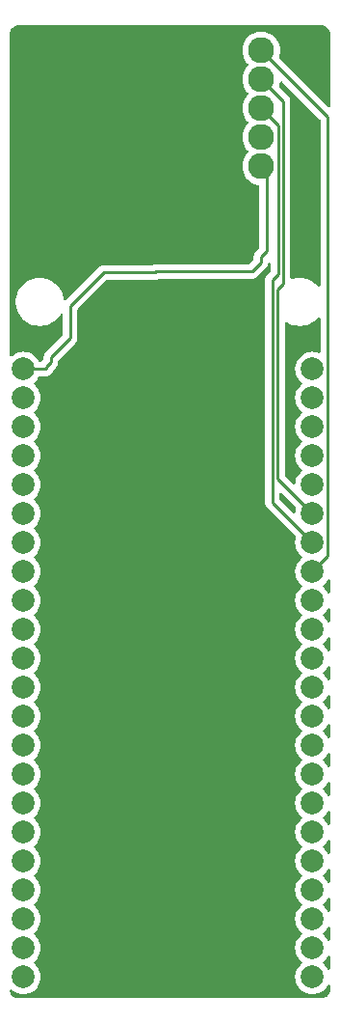
<source format=gbr>
%TF.GenerationSoftware,KiCad,Pcbnew,(6.0.11)*%
%TF.CreationDate,2023-06-18T22:22:59+02:00*%
%TF.ProjectId,rd-03,72642d30-332e-46b6-9963-61645f706362,rev?*%
%TF.SameCoordinates,Original*%
%TF.FileFunction,Copper,L2,Bot*%
%TF.FilePolarity,Positive*%
%FSLAX46Y46*%
G04 Gerber Fmt 4.6, Leading zero omitted, Abs format (unit mm)*
G04 Created by KiCad (PCBNEW (6.0.11)) date 2023-06-18 22:22:59*
%MOMM*%
%LPD*%
G01*
G04 APERTURE LIST*
%TA.AperFunction,ComponentPad*%
%ADD10C,2.000000*%
%TD*%
%TA.AperFunction,ComponentPad*%
%ADD11C,2.286000*%
%TD*%
%TA.AperFunction,Conductor*%
%ADD12C,0.250000*%
%TD*%
G04 APERTURE END LIST*
D10*
%TO.P,U2,1,3.3*%
%TO.N,+3.3V*%
X103331736Y-77636900D03*
%TO.P,U2,2,3.3*%
%TO.N,unconnected-(U2-Pad2)*%
X103331736Y-80176900D03*
%TO.P,U2,3,RST*%
%TO.N,unconnected-(U2-Pad3)*%
X103331736Y-82716900D03*
%TO.P,U2,4,4*%
%TO.N,unconnected-(U2-Pad4)*%
X103331736Y-85256900D03*
%TO.P,U2,5,5*%
%TO.N,unconnected-(U2-Pad5)*%
X103331736Y-87796900D03*
%TO.P,U2,6,6*%
%TO.N,unconnected-(U2-Pad6)*%
X103331736Y-90336900D03*
%TO.P,U2,7,7*%
%TO.N,unconnected-(U2-Pad7)*%
X103331736Y-92876900D03*
%TO.P,U2,8,15*%
%TO.N,unconnected-(U2-Pad8)*%
X103331736Y-95416900D03*
%TO.P,U2,9,16*%
%TO.N,unconnected-(U2-Pad9)*%
X103331736Y-97956900D03*
%TO.P,U2,10,17*%
%TO.N,unconnected-(U2-Pad10)*%
X103331736Y-100496900D03*
%TO.P,U2,11,18*%
%TO.N,unconnected-(U2-Pad11)*%
X103331736Y-103036900D03*
%TO.P,U2,12,8*%
%TO.N,unconnected-(U2-Pad12)*%
X103331736Y-105576900D03*
%TO.P,U2,13,3*%
%TO.N,unconnected-(U2-Pad13)*%
X103331736Y-108116900D03*
%TO.P,U2,14,46*%
%TO.N,unconnected-(U2-Pad14)*%
X103331736Y-110656900D03*
%TO.P,U2,15,9*%
%TO.N,unconnected-(U2-Pad15)*%
X103331736Y-113196900D03*
%TO.P,U2,16,10*%
%TO.N,unconnected-(U2-Pad16)*%
X103331736Y-115736900D03*
%TO.P,U2,17,11*%
%TO.N,unconnected-(U2-Pad17)*%
X103331736Y-118276900D03*
%TO.P,U2,18,12*%
%TO.N,unconnected-(U2-Pad18)*%
X103331736Y-120816900D03*
%TO.P,U2,19,13*%
%TO.N,unconnected-(U2-Pad19)*%
X103331736Y-123356900D03*
%TO.P,U2,20,14*%
%TO.N,unconnected-(U2-Pad20)*%
X103331736Y-125896900D03*
%TO.P,U2,21,5V*%
%TO.N,unconnected-(U2-Pad21)*%
X103331736Y-128436900D03*
%TO.P,U2,22,GND*%
%TO.N,GND*%
X103331736Y-130976900D03*
%TO.P,U2,23,GND*%
X128733600Y-130976900D03*
%TO.P,U2,24,GND*%
X128731736Y-128436900D03*
%TO.P,U2,25,19*%
%TO.N,unconnected-(U2-Pad25)*%
X128731736Y-125896900D03*
%TO.P,U2,26,20*%
%TO.N,unconnected-(U2-Pad26)*%
X128731736Y-123356900D03*
%TO.P,U2,27,21*%
%TO.N,unconnected-(U2-Pad27)*%
X128731736Y-120816900D03*
%TO.P,U2,28,47*%
%TO.N,unconnected-(U2-Pad28)*%
X128731736Y-118276900D03*
%TO.P,U2,29,48*%
%TO.N,unconnected-(U2-Pad29)*%
X128731736Y-115736900D03*
%TO.P,U2,30,45*%
%TO.N,unconnected-(U2-Pad30)*%
X128731736Y-113196900D03*
%TO.P,U2,31,0*%
%TO.N,unconnected-(U2-Pad31)*%
X128731736Y-110656900D03*
%TO.P,U2,32,35*%
%TO.N,unconnected-(U2-Pad32)*%
X128731736Y-108116900D03*
%TO.P,U2,33,36*%
%TO.N,unconnected-(U2-Pad33)*%
X128731736Y-105576900D03*
%TO.P,U2,34,37*%
%TO.N,unconnected-(U2-Pad34)*%
X128731736Y-103036900D03*
%TO.P,U2,35,38*%
%TO.N,unconnected-(U2-Pad35)*%
X128731736Y-100496900D03*
%TO.P,U2,36,39*%
%TO.N,unconnected-(U2-Pad36)*%
X128731736Y-97956900D03*
%TO.P,U2,37,40*%
%TO.N,/OT2*%
X128731736Y-95416900D03*
%TO.P,U2,38,41*%
%TO.N,/GPIO41*%
X128731736Y-92876900D03*
%TO.P,U2,39,42*%
%TO.N,/GPIO42*%
X128731736Y-90336900D03*
%TO.P,U2,40,2*%
%TO.N,unconnected-(U2-Pad40)*%
X128731736Y-87796900D03*
%TO.P,U2,41,1*%
%TO.N,unconnected-(U2-Pad41)*%
X128731736Y-85256900D03*
%TO.P,U2,42,RX*%
%TO.N,unconnected-(U2-Pad42)*%
X128731736Y-82716900D03*
%TO.P,U2,43,TX*%
%TO.N,unconnected-(U2-Pad43)*%
X128731736Y-80176900D03*
%TO.P,U2,44,GND*%
%TO.N,unconnected-(U2-Pad44)*%
X128731736Y-77636900D03*
%TD*%
D11*
%TO.P,U1,1,OT2*%
%TO.N,/OT2*%
X124242202Y-49700851D03*
%TO.P,U1,2,RX*%
%TO.N,/GPIO42*%
X124242202Y-52240851D03*
%TO.P,U1,3,OT1*%
%TO.N,/GPIO41*%
X124242202Y-54780851D03*
%TO.P,U1,4,GND*%
%TO.N,GND*%
X124242202Y-57320851D03*
%TO.P,U1,5,3.3*%
%TO.N,+3.3V*%
X124242202Y-59860851D03*
%TD*%
D12*
%TO.N,+3.3V*%
X105322900Y-77477300D02*
X105751100Y-77049100D01*
X103331700Y-77636900D02*
X105322900Y-77636900D01*
X105751100Y-77049100D02*
X105751100Y-76620900D01*
X105322900Y-77636900D02*
X105322900Y-77477300D01*
X124206000Y-68326000D02*
X124206000Y-67818000D01*
X115015000Y-69088000D02*
X123444000Y-69088000D01*
X123444000Y-69088000D02*
X124206000Y-68326000D01*
X114911500Y-69191500D02*
X115015000Y-69088000D01*
X124714000Y-60332649D02*
X124242202Y-59860851D01*
X124714000Y-67310000D02*
X124714000Y-60332649D01*
X124206000Y-67818000D02*
X124714000Y-67310000D01*
X110386500Y-69191500D02*
X114911500Y-69191500D01*
X107442000Y-72136000D02*
X110386500Y-69191500D01*
X107442000Y-74930000D02*
X107442000Y-72136000D01*
X105751100Y-76620900D02*
X107442000Y-74930000D01*
%TO.N,/GPIO41*%
X125210100Y-89355300D02*
X128731700Y-92876900D01*
X125210100Y-69850200D02*
X125210100Y-89355300D01*
X125714600Y-69345700D02*
X125210100Y-69850200D01*
X125714600Y-56253200D02*
X125714600Y-69345700D01*
X124242200Y-54780800D02*
X125714600Y-56253200D01*
%TO.N,/GPIO42*%
X125660500Y-87265700D02*
X128731700Y-90336900D01*
X125660500Y-70673600D02*
X125660500Y-87265700D01*
X126165000Y-70169100D02*
X125660500Y-70673600D01*
X126165000Y-54163600D02*
X126165000Y-70169100D01*
X124242200Y-52240800D02*
X126165000Y-54163600D01*
%TO.N,/OT2*%
X130066100Y-94082500D02*
X128731700Y-95416900D01*
X130066100Y-55524700D02*
X130066100Y-94082500D01*
X124242200Y-49700800D02*
X130066100Y-55524700D01*
%TD*%
%TA.AperFunction,NonConductor*%
G36*
X126046668Y-52415725D02*
G01*
X126089212Y-52443716D01*
X129395695Y-55750199D01*
X129429721Y-55812511D01*
X129432600Y-55839294D01*
X129432600Y-70267633D01*
X129412598Y-70335754D01*
X129358942Y-70382247D01*
X129288668Y-70392351D01*
X129224088Y-70362857D01*
X129208266Y-70346414D01*
X129204925Y-70342244D01*
X129190687Y-70324472D01*
X128982149Y-70126577D01*
X128748683Y-69958814D01*
X128726843Y-69947250D01*
X128599971Y-69880075D01*
X128494608Y-69824288D01*
X128273869Y-69743509D01*
X128228658Y-69726964D01*
X128228656Y-69726963D01*
X128224627Y-69725489D01*
X127943736Y-69664245D01*
X127912685Y-69661801D01*
X127720718Y-69646693D01*
X127720709Y-69646693D01*
X127718261Y-69646500D01*
X127562729Y-69646500D01*
X127560593Y-69646646D01*
X127560582Y-69646646D01*
X127352452Y-69660835D01*
X127352446Y-69660836D01*
X127348175Y-69661127D01*
X127343980Y-69661996D01*
X127343978Y-69661996D01*
X127257581Y-69679888D01*
X127066658Y-69719426D01*
X126966559Y-69754873D01*
X126895670Y-69758757D01*
X126833933Y-69723699D01*
X126800950Y-69660829D01*
X126798500Y-69636100D01*
X126798500Y-54242367D01*
X126799027Y-54231184D01*
X126800702Y-54223691D01*
X126798562Y-54155600D01*
X126798500Y-54151643D01*
X126798500Y-54123744D01*
X126797996Y-54119753D01*
X126797063Y-54107911D01*
X126795923Y-54071636D01*
X126795674Y-54063711D01*
X126793462Y-54056097D01*
X126793461Y-54056092D01*
X126790023Y-54044259D01*
X126786012Y-54024895D01*
X126784467Y-54012664D01*
X126783474Y-54004803D01*
X126780557Y-53997436D01*
X126780556Y-53997431D01*
X126767198Y-53963692D01*
X126763354Y-53952465D01*
X126753230Y-53917622D01*
X126751018Y-53910007D01*
X126740707Y-53892572D01*
X126732012Y-53874824D01*
X126724552Y-53855983D01*
X126698564Y-53820213D01*
X126692048Y-53810293D01*
X126673580Y-53779065D01*
X126673578Y-53779062D01*
X126669542Y-53772238D01*
X126655221Y-53757917D01*
X126642380Y-53742883D01*
X126635131Y-53732906D01*
X126630472Y-53726493D01*
X126596395Y-53698302D01*
X126587616Y-53690312D01*
X125828156Y-52930852D01*
X125794130Y-52868540D01*
X125800843Y-52793538D01*
X125815833Y-52757350D01*
X125815836Y-52757342D01*
X125817729Y-52752771D01*
X125877598Y-52503397D01*
X125912950Y-52441828D01*
X125975977Y-52409145D01*
X126046668Y-52415725D01*
G37*
%TD.AperFunction*%
%TA.AperFunction,NonConductor*%
G36*
X129510018Y-47500000D02*
G01*
X129524852Y-47502310D01*
X129524855Y-47502310D01*
X129533724Y-47503691D01*
X129543659Y-47502392D01*
X129544746Y-47502250D01*
X129573431Y-47501793D01*
X129646741Y-47509013D01*
X129676212Y-47511916D01*
X129700432Y-47516733D01*
X129819546Y-47552866D01*
X129842355Y-47562315D01*
X129952124Y-47620987D01*
X129972655Y-47634705D01*
X130068876Y-47713671D01*
X130086329Y-47731124D01*
X130165295Y-47827345D01*
X130179013Y-47847876D01*
X130237685Y-47957645D01*
X130247134Y-47980454D01*
X130283267Y-48099568D01*
X130288084Y-48123789D01*
X130297541Y-48219809D01*
X130297091Y-48235868D01*
X130297800Y-48235877D01*
X130297690Y-48244853D01*
X130296309Y-48253724D01*
X130297473Y-48262626D01*
X130297473Y-48262628D01*
X130300436Y-48285283D01*
X130301500Y-48301621D01*
X130301500Y-54560005D01*
X130281498Y-54628126D01*
X130227842Y-54674619D01*
X130157568Y-54684723D01*
X130092988Y-54655229D01*
X130086405Y-54649100D01*
X125828157Y-50390852D01*
X125794131Y-50328540D01*
X125800843Y-50253540D01*
X125815833Y-50217350D01*
X125815835Y-50217343D01*
X125817729Y-50212771D01*
X125878413Y-49960001D01*
X125898809Y-49700851D01*
X125878413Y-49441701D01*
X125817729Y-49188931D01*
X125718250Y-48948767D01*
X125582425Y-48727122D01*
X125413600Y-48529453D01*
X125215931Y-48360628D01*
X124994286Y-48224803D01*
X124989716Y-48222910D01*
X124989714Y-48222909D01*
X124758695Y-48127218D01*
X124758693Y-48127217D01*
X124754122Y-48125324D01*
X124667659Y-48104566D01*
X124506165Y-48065795D01*
X124506159Y-48065794D01*
X124501352Y-48064640D01*
X124242202Y-48044244D01*
X123983052Y-48064640D01*
X123978245Y-48065794D01*
X123978239Y-48065795D01*
X123816745Y-48104566D01*
X123730282Y-48125324D01*
X123725711Y-48127217D01*
X123725709Y-48127218D01*
X123494690Y-48222909D01*
X123494688Y-48222910D01*
X123490118Y-48224803D01*
X123268473Y-48360628D01*
X123070804Y-48529453D01*
X122901979Y-48727122D01*
X122766154Y-48948767D01*
X122666675Y-49188931D01*
X122605991Y-49441701D01*
X122585595Y-49700851D01*
X122605991Y-49960001D01*
X122666675Y-50212771D01*
X122668568Y-50217342D01*
X122668569Y-50217344D01*
X122715780Y-50331320D01*
X122766154Y-50452935D01*
X122901979Y-50674580D01*
X123070804Y-50872249D01*
X123074566Y-50875462D01*
X123078069Y-50878965D01*
X123077201Y-50879833D01*
X123112881Y-50934488D01*
X123113389Y-51005482D01*
X123077171Y-51061839D01*
X123078069Y-51062737D01*
X123074566Y-51066240D01*
X123070804Y-51069453D01*
X122901979Y-51267122D01*
X122766154Y-51488767D01*
X122666675Y-51728931D01*
X122605991Y-51981701D01*
X122585595Y-52240851D01*
X122605991Y-52500001D01*
X122666675Y-52752771D01*
X122668568Y-52757342D01*
X122668569Y-52757344D01*
X122715780Y-52871320D01*
X122766154Y-52992935D01*
X122901979Y-53214580D01*
X123070804Y-53412249D01*
X123074566Y-53415462D01*
X123078069Y-53418965D01*
X123077201Y-53419833D01*
X123112881Y-53474488D01*
X123113389Y-53545482D01*
X123077171Y-53601839D01*
X123078069Y-53602737D01*
X123074566Y-53606240D01*
X123070804Y-53609453D01*
X123067591Y-53613215D01*
X122970843Y-53726493D01*
X122901979Y-53807122D01*
X122766154Y-54028767D01*
X122764261Y-54033337D01*
X122764260Y-54033339D01*
X122677678Y-54242367D01*
X122666675Y-54268931D01*
X122605991Y-54521701D01*
X122585595Y-54780851D01*
X122605991Y-55040001D01*
X122666675Y-55292771D01*
X122766154Y-55532935D01*
X122901979Y-55754580D01*
X123070804Y-55952249D01*
X123074566Y-55955462D01*
X123078069Y-55958965D01*
X123077201Y-55959833D01*
X123112881Y-56014488D01*
X123113389Y-56085482D01*
X123077171Y-56141839D01*
X123078069Y-56142737D01*
X123074566Y-56146240D01*
X123070804Y-56149453D01*
X122901979Y-56347122D01*
X122766154Y-56568767D01*
X122666675Y-56808931D01*
X122605991Y-57061701D01*
X122585595Y-57320851D01*
X122605991Y-57580001D01*
X122666675Y-57832771D01*
X122766154Y-58072935D01*
X122901979Y-58294580D01*
X123070804Y-58492249D01*
X123074566Y-58495462D01*
X123078069Y-58498965D01*
X123077201Y-58499833D01*
X123112881Y-58554488D01*
X123113389Y-58625482D01*
X123077171Y-58681839D01*
X123078069Y-58682737D01*
X123074566Y-58686240D01*
X123070804Y-58689453D01*
X122901979Y-58887122D01*
X122766154Y-59108767D01*
X122666675Y-59348931D01*
X122605991Y-59601701D01*
X122585595Y-59860851D01*
X122605991Y-60120001D01*
X122666675Y-60372771D01*
X122766154Y-60612935D01*
X122901979Y-60834580D01*
X123070804Y-61032249D01*
X123268473Y-61201074D01*
X123490118Y-61336899D01*
X123494688Y-61338792D01*
X123494690Y-61338793D01*
X123725709Y-61434484D01*
X123730282Y-61436378D01*
X123983052Y-61497062D01*
X123982538Y-61499202D01*
X124038414Y-61525726D01*
X124075909Y-61586015D01*
X124080500Y-61619718D01*
X124080500Y-66995405D01*
X124060498Y-67063526D01*
X124043595Y-67084500D01*
X123813747Y-67314348D01*
X123805461Y-67321888D01*
X123798982Y-67326000D01*
X123793557Y-67331777D01*
X123752357Y-67375651D01*
X123749602Y-67378493D01*
X123729865Y-67398230D01*
X123727385Y-67401427D01*
X123719682Y-67410447D01*
X123689414Y-67442679D01*
X123685595Y-67449625D01*
X123685593Y-67449628D01*
X123679652Y-67460434D01*
X123668801Y-67476953D01*
X123656386Y-67492959D01*
X123653241Y-67500228D01*
X123653238Y-67500232D01*
X123638826Y-67533537D01*
X123633609Y-67544187D01*
X123612305Y-67582940D01*
X123610334Y-67590615D01*
X123610334Y-67590616D01*
X123607267Y-67602562D01*
X123600863Y-67621266D01*
X123592819Y-67639855D01*
X123591580Y-67647678D01*
X123591577Y-67647688D01*
X123585901Y-67683524D01*
X123583495Y-67695144D01*
X123572500Y-67737970D01*
X123572500Y-67758224D01*
X123570949Y-67777934D01*
X123567780Y-67797943D01*
X123568526Y-67805835D01*
X123571941Y-67841961D01*
X123572500Y-67853819D01*
X123572500Y-68011405D01*
X123552498Y-68079526D01*
X123535595Y-68100501D01*
X123218499Y-68417596D01*
X123156187Y-68451621D01*
X123129404Y-68454500D01*
X115093767Y-68454500D01*
X115082584Y-68453973D01*
X115075091Y-68452298D01*
X115067165Y-68452547D01*
X115067164Y-68452547D01*
X115007014Y-68454438D01*
X115003055Y-68454500D01*
X114975144Y-68454500D01*
X114971210Y-68454997D01*
X114971209Y-68454997D01*
X114971144Y-68455005D01*
X114959307Y-68455938D01*
X114927490Y-68456938D01*
X114923029Y-68457078D01*
X114915110Y-68457327D01*
X114904271Y-68460476D01*
X114895658Y-68462978D01*
X114876306Y-68466986D01*
X114869235Y-68467880D01*
X114856203Y-68469526D01*
X114848834Y-68472443D01*
X114848832Y-68472444D01*
X114815097Y-68485800D01*
X114803869Y-68489645D01*
X114761407Y-68501982D01*
X114754584Y-68506017D01*
X114754582Y-68506018D01*
X114743972Y-68512293D01*
X114726224Y-68520988D01*
X114707383Y-68528448D01*
X114700967Y-68533109D01*
X114700964Y-68533111D01*
X114699829Y-68533936D01*
X114698936Y-68534226D01*
X114694021Y-68536928D01*
X114693506Y-68535991D01*
X114625768Y-68558000D01*
X110465267Y-68558000D01*
X110454084Y-68557473D01*
X110446591Y-68555798D01*
X110438665Y-68556047D01*
X110438664Y-68556047D01*
X110378501Y-68557938D01*
X110374543Y-68558000D01*
X110346644Y-68558000D01*
X110342654Y-68558504D01*
X110330820Y-68559436D01*
X110286611Y-68560826D01*
X110278997Y-68563038D01*
X110278992Y-68563039D01*
X110267159Y-68566477D01*
X110247796Y-68570488D01*
X110227703Y-68573026D01*
X110220336Y-68575943D01*
X110220331Y-68575944D01*
X110186592Y-68589302D01*
X110175365Y-68593146D01*
X110132907Y-68605482D01*
X110126081Y-68609519D01*
X110115472Y-68615793D01*
X110097724Y-68624488D01*
X110078883Y-68631948D01*
X110072467Y-68636610D01*
X110072466Y-68636610D01*
X110043113Y-68657936D01*
X110033193Y-68664452D01*
X110001965Y-68682920D01*
X110001962Y-68682922D01*
X109995138Y-68686958D01*
X109980817Y-68701279D01*
X109965784Y-68714119D01*
X109949393Y-68726028D01*
X109939588Y-68737880D01*
X109921202Y-68760105D01*
X109913212Y-68768884D01*
X107085346Y-71596749D01*
X107023034Y-71630775D01*
X106952218Y-71625710D01*
X106895383Y-71583163D01*
X106871329Y-71524100D01*
X106847292Y-71341522D01*
X106846732Y-71337266D01*
X106770871Y-71059964D01*
X106658077Y-70795524D01*
X106510439Y-70548839D01*
X106330687Y-70324472D01*
X106122149Y-70126577D01*
X105888683Y-69958814D01*
X105866843Y-69947250D01*
X105739971Y-69880075D01*
X105634608Y-69824288D01*
X105413869Y-69743509D01*
X105368658Y-69726964D01*
X105368656Y-69726963D01*
X105364627Y-69725489D01*
X105083736Y-69664245D01*
X105052685Y-69661801D01*
X104860718Y-69646693D01*
X104860709Y-69646693D01*
X104858261Y-69646500D01*
X104702729Y-69646500D01*
X104700593Y-69646646D01*
X104700582Y-69646646D01*
X104492452Y-69660835D01*
X104492446Y-69660836D01*
X104488175Y-69661127D01*
X104483980Y-69661996D01*
X104483978Y-69661996D01*
X104397581Y-69679888D01*
X104206658Y-69719426D01*
X103935657Y-69815393D01*
X103680188Y-69947250D01*
X103676687Y-69949711D01*
X103676683Y-69949713D01*
X103666594Y-69956804D01*
X103444977Y-70112559D01*
X103234378Y-70308260D01*
X103052287Y-70530732D01*
X102902073Y-70775858D01*
X102786517Y-71039102D01*
X102707756Y-71315594D01*
X102667249Y-71600216D01*
X102667227Y-71604505D01*
X102667226Y-71604512D01*
X102666145Y-71810959D01*
X102665743Y-71887703D01*
X102703268Y-72172734D01*
X102779129Y-72450036D01*
X102891923Y-72714476D01*
X103039561Y-72961161D01*
X103219313Y-73185528D01*
X103427851Y-73383423D01*
X103661317Y-73551186D01*
X103665112Y-73553195D01*
X103665113Y-73553196D01*
X103686869Y-73564715D01*
X103915392Y-73685712D01*
X104185373Y-73784511D01*
X104466264Y-73845755D01*
X104494841Y-73848004D01*
X104689282Y-73863307D01*
X104689291Y-73863307D01*
X104691739Y-73863500D01*
X104847271Y-73863500D01*
X104849407Y-73863354D01*
X104849418Y-73863354D01*
X105057548Y-73849165D01*
X105057554Y-73849164D01*
X105061825Y-73848873D01*
X105066020Y-73848004D01*
X105066022Y-73848004D01*
X105202584Y-73819723D01*
X105343342Y-73790574D01*
X105614343Y-73694607D01*
X105869812Y-73562750D01*
X105873313Y-73560289D01*
X105873317Y-73560287D01*
X105987418Y-73480095D01*
X106105023Y-73397441D01*
X106315622Y-73201740D01*
X106497713Y-72979268D01*
X106575067Y-72853038D01*
X106627715Y-72805407D01*
X106697756Y-72793800D01*
X106762954Y-72821903D01*
X106802608Y-72880794D01*
X106808500Y-72918873D01*
X106808500Y-74615406D01*
X106788498Y-74683527D01*
X106771595Y-74704501D01*
X105358847Y-76117248D01*
X105350561Y-76124788D01*
X105344082Y-76128900D01*
X105338657Y-76134677D01*
X105297457Y-76178551D01*
X105294702Y-76181393D01*
X105274965Y-76201130D01*
X105272485Y-76204327D01*
X105264782Y-76213347D01*
X105234514Y-76245579D01*
X105230695Y-76252525D01*
X105230693Y-76252528D01*
X105224752Y-76263334D01*
X105213901Y-76279853D01*
X105201486Y-76295859D01*
X105198341Y-76303128D01*
X105198338Y-76303132D01*
X105183926Y-76336437D01*
X105178709Y-76347087D01*
X105157405Y-76385840D01*
X105155434Y-76393515D01*
X105155434Y-76393516D01*
X105152367Y-76405462D01*
X105145963Y-76424166D01*
X105137919Y-76442755D01*
X105136680Y-76450578D01*
X105136677Y-76450588D01*
X105131001Y-76486424D01*
X105128595Y-76498044D01*
X105117600Y-76540870D01*
X105117600Y-76561124D01*
X105116049Y-76580834D01*
X105112880Y-76600843D01*
X105113626Y-76608735D01*
X105117041Y-76644861D01*
X105117600Y-76656719D01*
X105117600Y-76734505D01*
X105097598Y-76802626D01*
X105080695Y-76823600D01*
X104937800Y-76966495D01*
X104875488Y-77000521D01*
X104848705Y-77003400D01*
X104783302Y-77003400D01*
X104715181Y-76983398D01*
X104675869Y-76943235D01*
X104558495Y-76751698D01*
X104558491Y-76751692D01*
X104555912Y-76747484D01*
X104401705Y-76566931D01*
X104221152Y-76412724D01*
X104216944Y-76410145D01*
X104216938Y-76410141D01*
X104022919Y-76291246D01*
X104018699Y-76288660D01*
X104014129Y-76286767D01*
X104014125Y-76286765D01*
X103803903Y-76199689D01*
X103803901Y-76199688D01*
X103799330Y-76197795D01*
X103700079Y-76173967D01*
X103573260Y-76143520D01*
X103573254Y-76143519D01*
X103568447Y-76142365D01*
X103331736Y-76123735D01*
X103095025Y-76142365D01*
X103090218Y-76143519D01*
X103090212Y-76143520D01*
X102963393Y-76173967D01*
X102864142Y-76197795D01*
X102859571Y-76199688D01*
X102859569Y-76199689D01*
X102649347Y-76286765D01*
X102649343Y-76286767D01*
X102644773Y-76288660D01*
X102640553Y-76291246D01*
X102446534Y-76410141D01*
X102446528Y-76410145D01*
X102442320Y-76412724D01*
X102342423Y-76498044D01*
X102316331Y-76520329D01*
X102251541Y-76549360D01*
X102181341Y-76538755D01*
X102128018Y-76491880D01*
X102108500Y-76424518D01*
X102108500Y-48313250D01*
X102110246Y-48292345D01*
X102112770Y-48277344D01*
X102112770Y-48277341D01*
X102113576Y-48272552D01*
X102113729Y-48260000D01*
X102112788Y-48253429D01*
X102112123Y-48223218D01*
X102121916Y-48123789D01*
X102126733Y-48099568D01*
X102162866Y-47980454D01*
X102172315Y-47957645D01*
X102230987Y-47847876D01*
X102244705Y-47827345D01*
X102323671Y-47731124D01*
X102341124Y-47713671D01*
X102437345Y-47634705D01*
X102457876Y-47620987D01*
X102567645Y-47562315D01*
X102590454Y-47552866D01*
X102709568Y-47516733D01*
X102733789Y-47511916D01*
X102829809Y-47502459D01*
X102845868Y-47502909D01*
X102845877Y-47502200D01*
X102854853Y-47502310D01*
X102863724Y-47503691D01*
X102872626Y-47502527D01*
X102872628Y-47502527D01*
X102889059Y-47500378D01*
X102895286Y-47499564D01*
X102911621Y-47498500D01*
X129490633Y-47498500D01*
X129510018Y-47500000D01*
G37*
%TD.AperFunction*%
%TA.AperFunction,NonConductor*%
G36*
X129399470Y-73155495D02*
G01*
X129430765Y-73219223D01*
X129432600Y-73240649D01*
X129432600Y-76105846D01*
X129412598Y-76173967D01*
X129358942Y-76220460D01*
X129288668Y-76230564D01*
X129258382Y-76222255D01*
X129254049Y-76220460D01*
X129226430Y-76209020D01*
X129203903Y-76199689D01*
X129203901Y-76199688D01*
X129199330Y-76197795D01*
X129100079Y-76173967D01*
X128973260Y-76143520D01*
X128973254Y-76143519D01*
X128968447Y-76142365D01*
X128731736Y-76123735D01*
X128495025Y-76142365D01*
X128490218Y-76143519D01*
X128490212Y-76143520D01*
X128363393Y-76173967D01*
X128264142Y-76197795D01*
X128259571Y-76199688D01*
X128259569Y-76199689D01*
X128049347Y-76286765D01*
X128049343Y-76286767D01*
X128044773Y-76288660D01*
X128040553Y-76291246D01*
X127846534Y-76410141D01*
X127846528Y-76410145D01*
X127842320Y-76412724D01*
X127661767Y-76566931D01*
X127507560Y-76747484D01*
X127504981Y-76751692D01*
X127504977Y-76751698D01*
X127424329Y-76883304D01*
X127383496Y-76949937D01*
X127381603Y-76954507D01*
X127381601Y-76954511D01*
X127309272Y-77129130D01*
X127292631Y-77169306D01*
X127291476Y-77174118D01*
X127243455Y-77374141D01*
X127237201Y-77400189D01*
X127218571Y-77636900D01*
X127237201Y-77873611D01*
X127238355Y-77878418D01*
X127238356Y-77878424D01*
X127262513Y-77979044D01*
X127292631Y-78104494D01*
X127294524Y-78109065D01*
X127294525Y-78109067D01*
X127366543Y-78282934D01*
X127383496Y-78323863D01*
X127386082Y-78328083D01*
X127504977Y-78522102D01*
X127504981Y-78522108D01*
X127507560Y-78526316D01*
X127661767Y-78706869D01*
X127665523Y-78710077D01*
X127665528Y-78710082D01*
X127783792Y-78811089D01*
X127822602Y-78870539D01*
X127823108Y-78941534D01*
X127783792Y-79002711D01*
X127665528Y-79103718D01*
X127665523Y-79103723D01*
X127661767Y-79106931D01*
X127507560Y-79287484D01*
X127504981Y-79291692D01*
X127504977Y-79291698D01*
X127386082Y-79485717D01*
X127383496Y-79489937D01*
X127292631Y-79709306D01*
X127237201Y-79940189D01*
X127218571Y-80176900D01*
X127237201Y-80413611D01*
X127292631Y-80644494D01*
X127383496Y-80863863D01*
X127386082Y-80868083D01*
X127504977Y-81062102D01*
X127504981Y-81062108D01*
X127507560Y-81066316D01*
X127661767Y-81246869D01*
X127665523Y-81250077D01*
X127665528Y-81250082D01*
X127783792Y-81351089D01*
X127822602Y-81410539D01*
X127823108Y-81481534D01*
X127783792Y-81542711D01*
X127665528Y-81643718D01*
X127665523Y-81643723D01*
X127661767Y-81646931D01*
X127507560Y-81827484D01*
X127504981Y-81831692D01*
X127504977Y-81831698D01*
X127386082Y-82025717D01*
X127383496Y-82029937D01*
X127292631Y-82249306D01*
X127237201Y-82480189D01*
X127218571Y-82716900D01*
X127237201Y-82953611D01*
X127292631Y-83184494D01*
X127383496Y-83403863D01*
X127386082Y-83408083D01*
X127504977Y-83602102D01*
X127504981Y-83602108D01*
X127507560Y-83606316D01*
X127661767Y-83786869D01*
X127665523Y-83790077D01*
X127665528Y-83790082D01*
X127783792Y-83891089D01*
X127822602Y-83950539D01*
X127823108Y-84021534D01*
X127783792Y-84082711D01*
X127665528Y-84183718D01*
X127665523Y-84183723D01*
X127661767Y-84186931D01*
X127507560Y-84367484D01*
X127504981Y-84371692D01*
X127504977Y-84371698D01*
X127386082Y-84565717D01*
X127383496Y-84569937D01*
X127292631Y-84789306D01*
X127237201Y-85020189D01*
X127218571Y-85256900D01*
X127237201Y-85493611D01*
X127292631Y-85724494D01*
X127383496Y-85943863D01*
X127386082Y-85948083D01*
X127504977Y-86142102D01*
X127504981Y-86142108D01*
X127507560Y-86146316D01*
X127661767Y-86326869D01*
X127665523Y-86330077D01*
X127665528Y-86330082D01*
X127783792Y-86431089D01*
X127822602Y-86490539D01*
X127823108Y-86561534D01*
X127783792Y-86622711D01*
X127665528Y-86723718D01*
X127665523Y-86723723D01*
X127661767Y-86726931D01*
X127507560Y-86907484D01*
X127504981Y-86911692D01*
X127504977Y-86911698D01*
X127426231Y-87040200D01*
X127383496Y-87109937D01*
X127292631Y-87329306D01*
X127237201Y-87560189D01*
X127236813Y-87565123D01*
X127230460Y-87645839D01*
X127205174Y-87712180D01*
X127148036Y-87754320D01*
X127077186Y-87758879D01*
X127015753Y-87725048D01*
X126330905Y-87040200D01*
X126296879Y-86977888D01*
X126294000Y-86951105D01*
X126294000Y-73633538D01*
X126314002Y-73565417D01*
X126367658Y-73518924D01*
X126437932Y-73508820D01*
X126493524Y-73531215D01*
X126521317Y-73551186D01*
X126525112Y-73553195D01*
X126525113Y-73553196D01*
X126546869Y-73564715D01*
X126775392Y-73685712D01*
X127045373Y-73784511D01*
X127326264Y-73845755D01*
X127354841Y-73848004D01*
X127549282Y-73863307D01*
X127549291Y-73863307D01*
X127551739Y-73863500D01*
X127707271Y-73863500D01*
X127709407Y-73863354D01*
X127709418Y-73863354D01*
X127917548Y-73849165D01*
X127917554Y-73849164D01*
X127921825Y-73848873D01*
X127926020Y-73848004D01*
X127926022Y-73848004D01*
X128062584Y-73819723D01*
X128203342Y-73790574D01*
X128474343Y-73694607D01*
X128729812Y-73562750D01*
X128733313Y-73560289D01*
X128733317Y-73560287D01*
X128847418Y-73480095D01*
X128965023Y-73397441D01*
X129175622Y-73201740D01*
X129186480Y-73188475D01*
X129209096Y-73160843D01*
X129267721Y-73120797D01*
X129338690Y-73118804D01*
X129399470Y-73155495D01*
G37*
%TD.AperFunction*%
%TA.AperFunction,NonConductor*%
G36*
X126052112Y-88553670D02*
G01*
X126058695Y-88559799D01*
X127257365Y-89758469D01*
X127291391Y-89820781D01*
X127290789Y-89876978D01*
X127237201Y-90100189D01*
X127236813Y-90105123D01*
X127230460Y-90185839D01*
X127205174Y-90252180D01*
X127148036Y-90294320D01*
X127077186Y-90298879D01*
X127015753Y-90265048D01*
X125880505Y-89129800D01*
X125846479Y-89067488D01*
X125843600Y-89040705D01*
X125843600Y-88648894D01*
X125863602Y-88580773D01*
X125917258Y-88534280D01*
X125987532Y-88524176D01*
X126052112Y-88553670D01*
G37*
%TD.AperFunction*%
%TA.AperFunction,NonConductor*%
G36*
X130255954Y-96092162D02*
G01*
X130295608Y-96151053D01*
X130301500Y-96189132D01*
X130301500Y-97184668D01*
X130281498Y-97252789D01*
X130227842Y-97299282D01*
X130157568Y-97309386D01*
X130092988Y-97279892D01*
X130068068Y-97250503D01*
X129958501Y-97071707D01*
X129958494Y-97071697D01*
X129955912Y-97067484D01*
X129801705Y-96886931D01*
X129797949Y-96883723D01*
X129797944Y-96883718D01*
X129679680Y-96782711D01*
X129640870Y-96723261D01*
X129640364Y-96652266D01*
X129679680Y-96591089D01*
X129797944Y-96490082D01*
X129797949Y-96490077D01*
X129801705Y-96486869D01*
X129955912Y-96306316D01*
X129958494Y-96302102D01*
X129958501Y-96302093D01*
X130068068Y-96123297D01*
X130120715Y-96075666D01*
X130190757Y-96064059D01*
X130255954Y-96092162D01*
G37*
%TD.AperFunction*%
%TA.AperFunction,NonConductor*%
G36*
X130255954Y-98632162D02*
G01*
X130295608Y-98691053D01*
X130301500Y-98729132D01*
X130301500Y-99724668D01*
X130281498Y-99792789D01*
X130227842Y-99839282D01*
X130157568Y-99849386D01*
X130092988Y-99819892D01*
X130068068Y-99790503D01*
X129958501Y-99611707D01*
X129958494Y-99611697D01*
X129955912Y-99607484D01*
X129801705Y-99426931D01*
X129797949Y-99423723D01*
X129797944Y-99423718D01*
X129679680Y-99322711D01*
X129640870Y-99263261D01*
X129640364Y-99192266D01*
X129679680Y-99131089D01*
X129797944Y-99030082D01*
X129797949Y-99030077D01*
X129801705Y-99026869D01*
X129955912Y-98846316D01*
X129958494Y-98842102D01*
X129958501Y-98842093D01*
X130068068Y-98663297D01*
X130120715Y-98615666D01*
X130190757Y-98604059D01*
X130255954Y-98632162D01*
G37*
%TD.AperFunction*%
%TA.AperFunction,NonConductor*%
G36*
X130255954Y-101172162D02*
G01*
X130295608Y-101231053D01*
X130301500Y-101269132D01*
X130301500Y-102264668D01*
X130281498Y-102332789D01*
X130227842Y-102379282D01*
X130157568Y-102389386D01*
X130092988Y-102359892D01*
X130068068Y-102330503D01*
X129958501Y-102151707D01*
X129958494Y-102151697D01*
X129955912Y-102147484D01*
X129801705Y-101966931D01*
X129797949Y-101963723D01*
X129797944Y-101963718D01*
X129679680Y-101862711D01*
X129640870Y-101803261D01*
X129640364Y-101732266D01*
X129679680Y-101671089D01*
X129797944Y-101570082D01*
X129797949Y-101570077D01*
X129801705Y-101566869D01*
X129955912Y-101386316D01*
X129958494Y-101382102D01*
X129958501Y-101382093D01*
X130068068Y-101203297D01*
X130120715Y-101155666D01*
X130190757Y-101144059D01*
X130255954Y-101172162D01*
G37*
%TD.AperFunction*%
%TA.AperFunction,NonConductor*%
G36*
X130255954Y-103712162D02*
G01*
X130295608Y-103771053D01*
X130301500Y-103809132D01*
X130301500Y-104804668D01*
X130281498Y-104872789D01*
X130227842Y-104919282D01*
X130157568Y-104929386D01*
X130092988Y-104899892D01*
X130068068Y-104870503D01*
X129958501Y-104691707D01*
X129958494Y-104691697D01*
X129955912Y-104687484D01*
X129801705Y-104506931D01*
X129797949Y-104503723D01*
X129797944Y-104503718D01*
X129679680Y-104402711D01*
X129640870Y-104343261D01*
X129640364Y-104272266D01*
X129679680Y-104211089D01*
X129797944Y-104110082D01*
X129797949Y-104110077D01*
X129801705Y-104106869D01*
X129955912Y-103926316D01*
X129958494Y-103922102D01*
X129958501Y-103922093D01*
X130068068Y-103743297D01*
X130120715Y-103695666D01*
X130190757Y-103684059D01*
X130255954Y-103712162D01*
G37*
%TD.AperFunction*%
%TA.AperFunction,NonConductor*%
G36*
X130255954Y-106252162D02*
G01*
X130295608Y-106311053D01*
X130301500Y-106349132D01*
X130301500Y-107344668D01*
X130281498Y-107412789D01*
X130227842Y-107459282D01*
X130157568Y-107469386D01*
X130092988Y-107439892D01*
X130068068Y-107410503D01*
X129958501Y-107231707D01*
X129958494Y-107231697D01*
X129955912Y-107227484D01*
X129801705Y-107046931D01*
X129797949Y-107043723D01*
X129797944Y-107043718D01*
X129679680Y-106942711D01*
X129640870Y-106883261D01*
X129640364Y-106812266D01*
X129679680Y-106751089D01*
X129797944Y-106650082D01*
X129797949Y-106650077D01*
X129801705Y-106646869D01*
X129955912Y-106466316D01*
X129958494Y-106462102D01*
X129958501Y-106462093D01*
X130068068Y-106283297D01*
X130120715Y-106235666D01*
X130190757Y-106224059D01*
X130255954Y-106252162D01*
G37*
%TD.AperFunction*%
%TA.AperFunction,NonConductor*%
G36*
X130255954Y-108792162D02*
G01*
X130295608Y-108851053D01*
X130301500Y-108889132D01*
X130301500Y-109884668D01*
X130281498Y-109952789D01*
X130227842Y-109999282D01*
X130157568Y-110009386D01*
X130092988Y-109979892D01*
X130068068Y-109950503D01*
X129958501Y-109771707D01*
X129958494Y-109771697D01*
X129955912Y-109767484D01*
X129801705Y-109586931D01*
X129797949Y-109583723D01*
X129797944Y-109583718D01*
X129679680Y-109482711D01*
X129640870Y-109423261D01*
X129640364Y-109352266D01*
X129679680Y-109291089D01*
X129797944Y-109190082D01*
X129797949Y-109190077D01*
X129801705Y-109186869D01*
X129955912Y-109006316D01*
X129958494Y-109002102D01*
X129958501Y-109002093D01*
X130068068Y-108823297D01*
X130120715Y-108775666D01*
X130190757Y-108764059D01*
X130255954Y-108792162D01*
G37*
%TD.AperFunction*%
%TA.AperFunction,NonConductor*%
G36*
X130255954Y-111332162D02*
G01*
X130295608Y-111391053D01*
X130301500Y-111429132D01*
X130301500Y-112424668D01*
X130281498Y-112492789D01*
X130227842Y-112539282D01*
X130157568Y-112549386D01*
X130092988Y-112519892D01*
X130068068Y-112490503D01*
X129958501Y-112311707D01*
X129958494Y-112311697D01*
X129955912Y-112307484D01*
X129801705Y-112126931D01*
X129797949Y-112123723D01*
X129797944Y-112123718D01*
X129679680Y-112022711D01*
X129640870Y-111963261D01*
X129640364Y-111892266D01*
X129679680Y-111831089D01*
X129797944Y-111730082D01*
X129797949Y-111730077D01*
X129801705Y-111726869D01*
X129955912Y-111546316D01*
X129958494Y-111542102D01*
X129958501Y-111542093D01*
X130068068Y-111363297D01*
X130120715Y-111315666D01*
X130190757Y-111304059D01*
X130255954Y-111332162D01*
G37*
%TD.AperFunction*%
%TA.AperFunction,NonConductor*%
G36*
X130255954Y-113872162D02*
G01*
X130295608Y-113931053D01*
X130301500Y-113969132D01*
X130301500Y-114964668D01*
X130281498Y-115032789D01*
X130227842Y-115079282D01*
X130157568Y-115089386D01*
X130092988Y-115059892D01*
X130068068Y-115030503D01*
X129958501Y-114851707D01*
X129958494Y-114851697D01*
X129955912Y-114847484D01*
X129801705Y-114666931D01*
X129797949Y-114663723D01*
X129797944Y-114663718D01*
X129679680Y-114562711D01*
X129640870Y-114503261D01*
X129640364Y-114432266D01*
X129679680Y-114371089D01*
X129797944Y-114270082D01*
X129797949Y-114270077D01*
X129801705Y-114266869D01*
X129955912Y-114086316D01*
X129958494Y-114082102D01*
X129958501Y-114082093D01*
X130068068Y-113903297D01*
X130120715Y-113855666D01*
X130190757Y-113844059D01*
X130255954Y-113872162D01*
G37*
%TD.AperFunction*%
%TA.AperFunction,NonConductor*%
G36*
X130255954Y-116412162D02*
G01*
X130295608Y-116471053D01*
X130301500Y-116509132D01*
X130301500Y-117504668D01*
X130281498Y-117572789D01*
X130227842Y-117619282D01*
X130157568Y-117629386D01*
X130092988Y-117599892D01*
X130068068Y-117570503D01*
X129958501Y-117391707D01*
X129958494Y-117391697D01*
X129955912Y-117387484D01*
X129801705Y-117206931D01*
X129797949Y-117203723D01*
X129797944Y-117203718D01*
X129679680Y-117102711D01*
X129640870Y-117043261D01*
X129640364Y-116972266D01*
X129679680Y-116911089D01*
X129797944Y-116810082D01*
X129797949Y-116810077D01*
X129801705Y-116806869D01*
X129955912Y-116626316D01*
X129958494Y-116622102D01*
X129958501Y-116622093D01*
X130068068Y-116443297D01*
X130120715Y-116395666D01*
X130190757Y-116384059D01*
X130255954Y-116412162D01*
G37*
%TD.AperFunction*%
%TA.AperFunction,NonConductor*%
G36*
X130255954Y-118952162D02*
G01*
X130295608Y-119011053D01*
X130301500Y-119049132D01*
X130301500Y-120044668D01*
X130281498Y-120112789D01*
X130227842Y-120159282D01*
X130157568Y-120169386D01*
X130092988Y-120139892D01*
X130068068Y-120110503D01*
X129958501Y-119931707D01*
X129958494Y-119931697D01*
X129955912Y-119927484D01*
X129801705Y-119746931D01*
X129797949Y-119743723D01*
X129797944Y-119743718D01*
X129679680Y-119642711D01*
X129640870Y-119583261D01*
X129640364Y-119512266D01*
X129679680Y-119451089D01*
X129797944Y-119350082D01*
X129797949Y-119350077D01*
X129801705Y-119346869D01*
X129955912Y-119166316D01*
X129958494Y-119162102D01*
X129958501Y-119162093D01*
X130068068Y-118983297D01*
X130120715Y-118935666D01*
X130190757Y-118924059D01*
X130255954Y-118952162D01*
G37*
%TD.AperFunction*%
%TA.AperFunction,NonConductor*%
G36*
X130255954Y-121492162D02*
G01*
X130295608Y-121551053D01*
X130301500Y-121589132D01*
X130301500Y-122584668D01*
X130281498Y-122652789D01*
X130227842Y-122699282D01*
X130157568Y-122709386D01*
X130092988Y-122679892D01*
X130068068Y-122650503D01*
X129958501Y-122471707D01*
X129958494Y-122471697D01*
X129955912Y-122467484D01*
X129801705Y-122286931D01*
X129797949Y-122283723D01*
X129797944Y-122283718D01*
X129679680Y-122182711D01*
X129640870Y-122123261D01*
X129640364Y-122052266D01*
X129679680Y-121991089D01*
X129797944Y-121890082D01*
X129797949Y-121890077D01*
X129801705Y-121886869D01*
X129955912Y-121706316D01*
X129958494Y-121702102D01*
X129958501Y-121702093D01*
X130068068Y-121523297D01*
X130120715Y-121475666D01*
X130190757Y-121464059D01*
X130255954Y-121492162D01*
G37*
%TD.AperFunction*%
%TA.AperFunction,NonConductor*%
G36*
X130255954Y-124032162D02*
G01*
X130295608Y-124091053D01*
X130301500Y-124129132D01*
X130301500Y-125124668D01*
X130281498Y-125192789D01*
X130227842Y-125239282D01*
X130157568Y-125249386D01*
X130092988Y-125219892D01*
X130068068Y-125190503D01*
X129958501Y-125011707D01*
X129958494Y-125011697D01*
X129955912Y-125007484D01*
X129801705Y-124826931D01*
X129797949Y-124823723D01*
X129797944Y-124823718D01*
X129679680Y-124722711D01*
X129640870Y-124663261D01*
X129640364Y-124592266D01*
X129679680Y-124531089D01*
X129797944Y-124430082D01*
X129797949Y-124430077D01*
X129801705Y-124426869D01*
X129955912Y-124246316D01*
X129958494Y-124242102D01*
X129958501Y-124242093D01*
X130068068Y-124063297D01*
X130120715Y-124015666D01*
X130190757Y-124004059D01*
X130255954Y-124032162D01*
G37*
%TD.AperFunction*%
%TA.AperFunction,NonConductor*%
G36*
X130255954Y-126572162D02*
G01*
X130295608Y-126631053D01*
X130301500Y-126669132D01*
X130301500Y-127664668D01*
X130281498Y-127732789D01*
X130227842Y-127779282D01*
X130157568Y-127789386D01*
X130092988Y-127759892D01*
X130068068Y-127730503D01*
X129958501Y-127551707D01*
X129958494Y-127551697D01*
X129955912Y-127547484D01*
X129801705Y-127366931D01*
X129797949Y-127363723D01*
X129797944Y-127363718D01*
X129679680Y-127262711D01*
X129640870Y-127203261D01*
X129640364Y-127132266D01*
X129679680Y-127071089D01*
X129797944Y-126970082D01*
X129797949Y-126970077D01*
X129801705Y-126966869D01*
X129955912Y-126786316D01*
X129958494Y-126782102D01*
X129958501Y-126782093D01*
X130068068Y-126603297D01*
X130120715Y-126555666D01*
X130190757Y-126544059D01*
X130255954Y-126572162D01*
G37*
%TD.AperFunction*%
%TA.AperFunction,NonConductor*%
G36*
X130255954Y-129112162D02*
G01*
X130295608Y-129171053D01*
X130301500Y-129209132D01*
X130301500Y-130201627D01*
X130281498Y-130269748D01*
X130227842Y-130316241D01*
X130157568Y-130326345D01*
X130092988Y-130296851D01*
X130068067Y-130267462D01*
X129960358Y-130091698D01*
X129957776Y-130087484D01*
X129803569Y-129906931D01*
X129799813Y-129903723D01*
X129799808Y-129903718D01*
X129680612Y-129801915D01*
X129641802Y-129742465D01*
X129641296Y-129671470D01*
X129680612Y-129610293D01*
X129797944Y-129510082D01*
X129797949Y-129510077D01*
X129801705Y-129506869D01*
X129955912Y-129326316D01*
X129958494Y-129322102D01*
X129958501Y-129322093D01*
X130068068Y-129143297D01*
X130120715Y-129095666D01*
X130190757Y-129084059D01*
X130255954Y-129112162D01*
G37*
%TD.AperFunction*%
%TA.AperFunction,NonConductor*%
G36*
X125003482Y-68346114D02*
G01*
X125058700Y-68390740D01*
X125081100Y-68462455D01*
X125081100Y-69031105D01*
X125061098Y-69099226D01*
X125044195Y-69120201D01*
X124817842Y-69346553D01*
X124809563Y-69354087D01*
X124803082Y-69358200D01*
X124756457Y-69407851D01*
X124753702Y-69410693D01*
X124733965Y-69430430D01*
X124731485Y-69433627D01*
X124723782Y-69442647D01*
X124693514Y-69474879D01*
X124689695Y-69481825D01*
X124689693Y-69481828D01*
X124683752Y-69492634D01*
X124672901Y-69509153D01*
X124660486Y-69525159D01*
X124657341Y-69532428D01*
X124657338Y-69532432D01*
X124642926Y-69565737D01*
X124637709Y-69576387D01*
X124616405Y-69615140D01*
X124614434Y-69622815D01*
X124614434Y-69622816D01*
X124611367Y-69634762D01*
X124604963Y-69653466D01*
X124596919Y-69672055D01*
X124595680Y-69679878D01*
X124595677Y-69679888D01*
X124590001Y-69715724D01*
X124587595Y-69727344D01*
X124580527Y-69754873D01*
X124576600Y-69770170D01*
X124576600Y-69790424D01*
X124575049Y-69810134D01*
X124571880Y-69830143D01*
X124572626Y-69838035D01*
X124576041Y-69874161D01*
X124576600Y-69886019D01*
X124576600Y-89276533D01*
X124576073Y-89287716D01*
X124574398Y-89295209D01*
X124574647Y-89303135D01*
X124574647Y-89303136D01*
X124576538Y-89363286D01*
X124576600Y-89367245D01*
X124576600Y-89395156D01*
X124577097Y-89399090D01*
X124577097Y-89399091D01*
X124577105Y-89399156D01*
X124578038Y-89410993D01*
X124579427Y-89455189D01*
X124585078Y-89474639D01*
X124589087Y-89494000D01*
X124591626Y-89514097D01*
X124594545Y-89521468D01*
X124594545Y-89521470D01*
X124607904Y-89555212D01*
X124611749Y-89566442D01*
X124624082Y-89608893D01*
X124628115Y-89615712D01*
X124628117Y-89615717D01*
X124634393Y-89626328D01*
X124643088Y-89644076D01*
X124650548Y-89662917D01*
X124655210Y-89669333D01*
X124655210Y-89669334D01*
X124676536Y-89698687D01*
X124683052Y-89708607D01*
X124705558Y-89746662D01*
X124719879Y-89760983D01*
X124732719Y-89776016D01*
X124744628Y-89792407D01*
X124750734Y-89797458D01*
X124778705Y-89820598D01*
X124787484Y-89828588D01*
X127257365Y-92298469D01*
X127291391Y-92360781D01*
X127290789Y-92416978D01*
X127237201Y-92640189D01*
X127218571Y-92876900D01*
X127237201Y-93113611D01*
X127292631Y-93344494D01*
X127383496Y-93563863D01*
X127386082Y-93568083D01*
X127504977Y-93762102D01*
X127504981Y-93762108D01*
X127507560Y-93766316D01*
X127661767Y-93946869D01*
X127665523Y-93950077D01*
X127665528Y-93950082D01*
X127783792Y-94051089D01*
X127822602Y-94110539D01*
X127823108Y-94181534D01*
X127783792Y-94242711D01*
X127665528Y-94343718D01*
X127665523Y-94343723D01*
X127661767Y-94346931D01*
X127507560Y-94527484D01*
X127504981Y-94531692D01*
X127504977Y-94531698D01*
X127386082Y-94725717D01*
X127383496Y-94729937D01*
X127381603Y-94734507D01*
X127381601Y-94734511D01*
X127314786Y-94895818D01*
X127292631Y-94949306D01*
X127237201Y-95180189D01*
X127218571Y-95416900D01*
X127237201Y-95653611D01*
X127292631Y-95884494D01*
X127294524Y-95889065D01*
X127294525Y-95889067D01*
X127367009Y-96064059D01*
X127383496Y-96103863D01*
X127386082Y-96108083D01*
X127504977Y-96302102D01*
X127504981Y-96302108D01*
X127507560Y-96306316D01*
X127661767Y-96486869D01*
X127665523Y-96490077D01*
X127665528Y-96490082D01*
X127783792Y-96591089D01*
X127822602Y-96650539D01*
X127823108Y-96721534D01*
X127783792Y-96782711D01*
X127665528Y-96883718D01*
X127665523Y-96883723D01*
X127661767Y-96886931D01*
X127507560Y-97067484D01*
X127504981Y-97071692D01*
X127504977Y-97071698D01*
X127435749Y-97184668D01*
X127383496Y-97269937D01*
X127381603Y-97274507D01*
X127381601Y-97274511D01*
X127294525Y-97484733D01*
X127292631Y-97489306D01*
X127237201Y-97720189D01*
X127218571Y-97956900D01*
X127237201Y-98193611D01*
X127292631Y-98424494D01*
X127294524Y-98429065D01*
X127294525Y-98429067D01*
X127367009Y-98604059D01*
X127383496Y-98643863D01*
X127386082Y-98648083D01*
X127504977Y-98842102D01*
X127504981Y-98842108D01*
X127507560Y-98846316D01*
X127661767Y-99026869D01*
X127665523Y-99030077D01*
X127665528Y-99030082D01*
X127783792Y-99131089D01*
X127822602Y-99190539D01*
X127823108Y-99261534D01*
X127783792Y-99322711D01*
X127665528Y-99423718D01*
X127665523Y-99423723D01*
X127661767Y-99426931D01*
X127507560Y-99607484D01*
X127504981Y-99611692D01*
X127504977Y-99611698D01*
X127435749Y-99724668D01*
X127383496Y-99809937D01*
X127381603Y-99814507D01*
X127381601Y-99814511D01*
X127294525Y-100024733D01*
X127292631Y-100029306D01*
X127237201Y-100260189D01*
X127218571Y-100496900D01*
X127237201Y-100733611D01*
X127292631Y-100964494D01*
X127294524Y-100969065D01*
X127294525Y-100969067D01*
X127367009Y-101144059D01*
X127383496Y-101183863D01*
X127386082Y-101188083D01*
X127504977Y-101382102D01*
X127504981Y-101382108D01*
X127507560Y-101386316D01*
X127661767Y-101566869D01*
X127665523Y-101570077D01*
X127665528Y-101570082D01*
X127783792Y-101671089D01*
X127822602Y-101730539D01*
X127823108Y-101801534D01*
X127783792Y-101862711D01*
X127665528Y-101963718D01*
X127665523Y-101963723D01*
X127661767Y-101966931D01*
X127507560Y-102147484D01*
X127504981Y-102151692D01*
X127504977Y-102151698D01*
X127435749Y-102264668D01*
X127383496Y-102349937D01*
X127381603Y-102354507D01*
X127381601Y-102354511D01*
X127294525Y-102564733D01*
X127292631Y-102569306D01*
X127237201Y-102800189D01*
X127218571Y-103036900D01*
X127237201Y-103273611D01*
X127292631Y-103504494D01*
X127294524Y-103509065D01*
X127294525Y-103509067D01*
X127367009Y-103684059D01*
X127383496Y-103723863D01*
X127386082Y-103728083D01*
X127504977Y-103922102D01*
X127504981Y-103922108D01*
X127507560Y-103926316D01*
X127661767Y-104106869D01*
X127665523Y-104110077D01*
X127665528Y-104110082D01*
X127783792Y-104211089D01*
X127822602Y-104270539D01*
X127823108Y-104341534D01*
X127783792Y-104402711D01*
X127665528Y-104503718D01*
X127665523Y-104503723D01*
X127661767Y-104506931D01*
X127507560Y-104687484D01*
X127504981Y-104691692D01*
X127504977Y-104691698D01*
X127435749Y-104804668D01*
X127383496Y-104889937D01*
X127381603Y-104894507D01*
X127381601Y-104894511D01*
X127294525Y-105104733D01*
X127292631Y-105109306D01*
X127237201Y-105340189D01*
X127218571Y-105576900D01*
X127237201Y-105813611D01*
X127292631Y-106044494D01*
X127294524Y-106049065D01*
X127294525Y-106049067D01*
X127367009Y-106224059D01*
X127383496Y-106263863D01*
X127386082Y-106268083D01*
X127504977Y-106462102D01*
X127504981Y-106462108D01*
X127507560Y-106466316D01*
X127661767Y-106646869D01*
X127665523Y-106650077D01*
X127665528Y-106650082D01*
X127783792Y-106751089D01*
X127822602Y-106810539D01*
X127823108Y-106881534D01*
X127783792Y-106942711D01*
X127665528Y-107043718D01*
X127665523Y-107043723D01*
X127661767Y-107046931D01*
X127507560Y-107227484D01*
X127504981Y-107231692D01*
X127504977Y-107231698D01*
X127435749Y-107344668D01*
X127383496Y-107429937D01*
X127381603Y-107434507D01*
X127381601Y-107434511D01*
X127294525Y-107644733D01*
X127292631Y-107649306D01*
X127237201Y-107880189D01*
X127218571Y-108116900D01*
X127237201Y-108353611D01*
X127292631Y-108584494D01*
X127294524Y-108589065D01*
X127294525Y-108589067D01*
X127367009Y-108764059D01*
X127383496Y-108803863D01*
X127386082Y-108808083D01*
X127504977Y-109002102D01*
X127504981Y-109002108D01*
X127507560Y-109006316D01*
X127661767Y-109186869D01*
X127665523Y-109190077D01*
X127665528Y-109190082D01*
X127783792Y-109291089D01*
X127822602Y-109350539D01*
X127823108Y-109421534D01*
X127783792Y-109482711D01*
X127665528Y-109583718D01*
X127665523Y-109583723D01*
X127661767Y-109586931D01*
X127507560Y-109767484D01*
X127504981Y-109771692D01*
X127504977Y-109771698D01*
X127435749Y-109884668D01*
X127383496Y-109969937D01*
X127381603Y-109974507D01*
X127381601Y-109974511D01*
X127294525Y-110184733D01*
X127292631Y-110189306D01*
X127237201Y-110420189D01*
X127218571Y-110656900D01*
X127237201Y-110893611D01*
X127292631Y-111124494D01*
X127294524Y-111129065D01*
X127294525Y-111129067D01*
X127367009Y-111304059D01*
X127383496Y-111343863D01*
X127386082Y-111348083D01*
X127504977Y-111542102D01*
X127504981Y-111542108D01*
X127507560Y-111546316D01*
X127661767Y-111726869D01*
X127665523Y-111730077D01*
X127665528Y-111730082D01*
X127783792Y-111831089D01*
X127822602Y-111890539D01*
X127823108Y-111961534D01*
X127783792Y-112022711D01*
X127665528Y-112123718D01*
X127665523Y-112123723D01*
X127661767Y-112126931D01*
X127507560Y-112307484D01*
X127504981Y-112311692D01*
X127504977Y-112311698D01*
X127435749Y-112424668D01*
X127383496Y-112509937D01*
X127381603Y-112514507D01*
X127381601Y-112514511D01*
X127294525Y-112724733D01*
X127292631Y-112729306D01*
X127237201Y-112960189D01*
X127218571Y-113196900D01*
X127237201Y-113433611D01*
X127292631Y-113664494D01*
X127294524Y-113669065D01*
X127294525Y-113669067D01*
X127367009Y-113844059D01*
X127383496Y-113883863D01*
X127386082Y-113888083D01*
X127504977Y-114082102D01*
X127504981Y-114082108D01*
X127507560Y-114086316D01*
X127661767Y-114266869D01*
X127665523Y-114270077D01*
X127665528Y-114270082D01*
X127783792Y-114371089D01*
X127822602Y-114430539D01*
X127823108Y-114501534D01*
X127783792Y-114562711D01*
X127665528Y-114663718D01*
X127665523Y-114663723D01*
X127661767Y-114666931D01*
X127507560Y-114847484D01*
X127504981Y-114851692D01*
X127504977Y-114851698D01*
X127435749Y-114964668D01*
X127383496Y-115049937D01*
X127381603Y-115054507D01*
X127381601Y-115054511D01*
X127294525Y-115264733D01*
X127292631Y-115269306D01*
X127237201Y-115500189D01*
X127218571Y-115736900D01*
X127237201Y-115973611D01*
X127292631Y-116204494D01*
X127294524Y-116209065D01*
X127294525Y-116209067D01*
X127367009Y-116384059D01*
X127383496Y-116423863D01*
X127386082Y-116428083D01*
X127504977Y-116622102D01*
X127504981Y-116622108D01*
X127507560Y-116626316D01*
X127661767Y-116806869D01*
X127665523Y-116810077D01*
X127665528Y-116810082D01*
X127783792Y-116911089D01*
X127822602Y-116970539D01*
X127823108Y-117041534D01*
X127783792Y-117102711D01*
X127665528Y-117203718D01*
X127665523Y-117203723D01*
X127661767Y-117206931D01*
X127507560Y-117387484D01*
X127504981Y-117391692D01*
X127504977Y-117391698D01*
X127435749Y-117504668D01*
X127383496Y-117589937D01*
X127381603Y-117594507D01*
X127381601Y-117594511D01*
X127294525Y-117804733D01*
X127292631Y-117809306D01*
X127237201Y-118040189D01*
X127218571Y-118276900D01*
X127237201Y-118513611D01*
X127292631Y-118744494D01*
X127294524Y-118749065D01*
X127294525Y-118749067D01*
X127367009Y-118924059D01*
X127383496Y-118963863D01*
X127386082Y-118968083D01*
X127504977Y-119162102D01*
X127504981Y-119162108D01*
X127507560Y-119166316D01*
X127661767Y-119346869D01*
X127665523Y-119350077D01*
X127665528Y-119350082D01*
X127783792Y-119451089D01*
X127822602Y-119510539D01*
X127823108Y-119581534D01*
X127783792Y-119642711D01*
X127665528Y-119743718D01*
X127665523Y-119743723D01*
X127661767Y-119746931D01*
X127507560Y-119927484D01*
X127504981Y-119931692D01*
X127504977Y-119931698D01*
X127435749Y-120044668D01*
X127383496Y-120129937D01*
X127381603Y-120134507D01*
X127381601Y-120134511D01*
X127294525Y-120344733D01*
X127292631Y-120349306D01*
X127237201Y-120580189D01*
X127218571Y-120816900D01*
X127237201Y-121053611D01*
X127292631Y-121284494D01*
X127294524Y-121289065D01*
X127294525Y-121289067D01*
X127367009Y-121464059D01*
X127383496Y-121503863D01*
X127386082Y-121508083D01*
X127504977Y-121702102D01*
X127504981Y-121702108D01*
X127507560Y-121706316D01*
X127661767Y-121886869D01*
X127665523Y-121890077D01*
X127665528Y-121890082D01*
X127783792Y-121991089D01*
X127822602Y-122050539D01*
X127823108Y-122121534D01*
X127783792Y-122182711D01*
X127665528Y-122283718D01*
X127665523Y-122283723D01*
X127661767Y-122286931D01*
X127507560Y-122467484D01*
X127504981Y-122471692D01*
X127504977Y-122471698D01*
X127435749Y-122584668D01*
X127383496Y-122669937D01*
X127381603Y-122674507D01*
X127381601Y-122674511D01*
X127294525Y-122884733D01*
X127292631Y-122889306D01*
X127237201Y-123120189D01*
X127218571Y-123356900D01*
X127237201Y-123593611D01*
X127292631Y-123824494D01*
X127294524Y-123829065D01*
X127294525Y-123829067D01*
X127367009Y-124004059D01*
X127383496Y-124043863D01*
X127386082Y-124048083D01*
X127504977Y-124242102D01*
X127504981Y-124242108D01*
X127507560Y-124246316D01*
X127661767Y-124426869D01*
X127665523Y-124430077D01*
X127665528Y-124430082D01*
X127783792Y-124531089D01*
X127822602Y-124590539D01*
X127823108Y-124661534D01*
X127783792Y-124722711D01*
X127665528Y-124823718D01*
X127665523Y-124823723D01*
X127661767Y-124826931D01*
X127507560Y-125007484D01*
X127504981Y-125011692D01*
X127504977Y-125011698D01*
X127435749Y-125124668D01*
X127383496Y-125209937D01*
X127381603Y-125214507D01*
X127381601Y-125214511D01*
X127294525Y-125424733D01*
X127292631Y-125429306D01*
X127237201Y-125660189D01*
X127218571Y-125896900D01*
X127237201Y-126133611D01*
X127292631Y-126364494D01*
X127294524Y-126369065D01*
X127294525Y-126369067D01*
X127367009Y-126544059D01*
X127383496Y-126583863D01*
X127386082Y-126588083D01*
X127504977Y-126782102D01*
X127504981Y-126782108D01*
X127507560Y-126786316D01*
X127661767Y-126966869D01*
X127665523Y-126970077D01*
X127665528Y-126970082D01*
X127783792Y-127071089D01*
X127822602Y-127130539D01*
X127823108Y-127201534D01*
X127783792Y-127262711D01*
X127665528Y-127363718D01*
X127665523Y-127363723D01*
X127661767Y-127366931D01*
X127507560Y-127547484D01*
X127504981Y-127551692D01*
X127504977Y-127551698D01*
X127435749Y-127664668D01*
X127383496Y-127749937D01*
X127381603Y-127754507D01*
X127381601Y-127754511D01*
X127294525Y-127964733D01*
X127292631Y-127969306D01*
X127237201Y-128200189D01*
X127218571Y-128436900D01*
X127237201Y-128673611D01*
X127292631Y-128904494D01*
X127294524Y-128909065D01*
X127294525Y-128909067D01*
X127367009Y-129084059D01*
X127383496Y-129123863D01*
X127386082Y-129128083D01*
X127504977Y-129322102D01*
X127504981Y-129322108D01*
X127507560Y-129326316D01*
X127661767Y-129506869D01*
X127665523Y-129510077D01*
X127665528Y-129510082D01*
X127784724Y-129611885D01*
X127823534Y-129671335D01*
X127824040Y-129742330D01*
X127784724Y-129803507D01*
X127667392Y-129903718D01*
X127667387Y-129903723D01*
X127663631Y-129906931D01*
X127509424Y-130087484D01*
X127506845Y-130091692D01*
X127506841Y-130091698D01*
X127399133Y-130267462D01*
X127385360Y-130289937D01*
X127383467Y-130294507D01*
X127383465Y-130294511D01*
X127370279Y-130326345D01*
X127294495Y-130509306D01*
X127239065Y-130740189D01*
X127220435Y-130976900D01*
X127239065Y-131213611D01*
X127294495Y-131444494D01*
X127385360Y-131663863D01*
X127387946Y-131668083D01*
X127506841Y-131862102D01*
X127506845Y-131862108D01*
X127509424Y-131866316D01*
X127663631Y-132046869D01*
X127844184Y-132201076D01*
X127848392Y-132203655D01*
X127848398Y-132203659D01*
X128042417Y-132322554D01*
X128046637Y-132325140D01*
X128051207Y-132327033D01*
X128051211Y-132327035D01*
X128184767Y-132382355D01*
X128266006Y-132416005D01*
X128346209Y-132435260D01*
X128492076Y-132470280D01*
X128492082Y-132470281D01*
X128496889Y-132471435D01*
X128733600Y-132490065D01*
X128970311Y-132471435D01*
X128975118Y-132470281D01*
X128975124Y-132470280D01*
X129120991Y-132435260D01*
X129201194Y-132416005D01*
X129282433Y-132382355D01*
X129415989Y-132327035D01*
X129415993Y-132327033D01*
X129420563Y-132325140D01*
X129424783Y-132322554D01*
X129618802Y-132203659D01*
X129618808Y-132203655D01*
X129623016Y-132201076D01*
X129803569Y-132046869D01*
X129957776Y-131866316D01*
X130068068Y-131686338D01*
X130120715Y-131638707D01*
X130190756Y-131627100D01*
X130255954Y-131655203D01*
X130295608Y-131714094D01*
X130301500Y-131752173D01*
X130301500Y-132030633D01*
X130300000Y-132050018D01*
X130296309Y-132073724D01*
X130297473Y-132082626D01*
X130297750Y-132084746D01*
X130298207Y-132113431D01*
X130295344Y-132142501D01*
X130288084Y-132216212D01*
X130283267Y-132240432D01*
X130247134Y-132359546D01*
X130237685Y-132382355D01*
X130179013Y-132492124D01*
X130165295Y-132512655D01*
X130086329Y-132608876D01*
X130068876Y-132626329D01*
X129972655Y-132705295D01*
X129952124Y-132719013D01*
X129842355Y-132777685D01*
X129819546Y-132787134D01*
X129700432Y-132823267D01*
X129676211Y-132828084D01*
X129580191Y-132837541D01*
X129564132Y-132837091D01*
X129564123Y-132837800D01*
X129555147Y-132837690D01*
X129546276Y-132836309D01*
X129537374Y-132837473D01*
X129537372Y-132837473D01*
X129524856Y-132839110D01*
X129514714Y-132840436D01*
X129498379Y-132841500D01*
X102919367Y-132841500D01*
X102899982Y-132840000D01*
X102885148Y-132837690D01*
X102885145Y-132837690D01*
X102876276Y-132836309D01*
X102866341Y-132837608D01*
X102865254Y-132837750D01*
X102836569Y-132838207D01*
X102763259Y-132830987D01*
X102733788Y-132828084D01*
X102709568Y-132823267D01*
X102590454Y-132787134D01*
X102567645Y-132777685D01*
X102457876Y-132719013D01*
X102437345Y-132705295D01*
X102341124Y-132626329D01*
X102323671Y-132608876D01*
X102244705Y-132512655D01*
X102230987Y-132492124D01*
X102172315Y-132382355D01*
X102162866Y-132359546D01*
X102126733Y-132240432D01*
X102121918Y-132216230D01*
X102121526Y-132212256D01*
X102134744Y-132142501D01*
X102183576Y-132090965D01*
X102252519Y-132074012D01*
X102319683Y-132097023D01*
X102328745Y-132104074D01*
X102442320Y-132201076D01*
X102446528Y-132203655D01*
X102446534Y-132203659D01*
X102640553Y-132322554D01*
X102644773Y-132325140D01*
X102649343Y-132327033D01*
X102649347Y-132327035D01*
X102782903Y-132382355D01*
X102864142Y-132416005D01*
X102944345Y-132435260D01*
X103090212Y-132470280D01*
X103090218Y-132470281D01*
X103095025Y-132471435D01*
X103331736Y-132490065D01*
X103568447Y-132471435D01*
X103573254Y-132470281D01*
X103573260Y-132470280D01*
X103719127Y-132435260D01*
X103799330Y-132416005D01*
X103880569Y-132382355D01*
X104014125Y-132327035D01*
X104014129Y-132327033D01*
X104018699Y-132325140D01*
X104022919Y-132322554D01*
X104216938Y-132203659D01*
X104216944Y-132203655D01*
X104221152Y-132201076D01*
X104401705Y-132046869D01*
X104555912Y-131866316D01*
X104558491Y-131862108D01*
X104558495Y-131862102D01*
X104677390Y-131668083D01*
X104679976Y-131663863D01*
X104770841Y-131444494D01*
X104826271Y-131213611D01*
X104844901Y-130976900D01*
X104826271Y-130740189D01*
X104770841Y-130509306D01*
X104695057Y-130326345D01*
X104681871Y-130294511D01*
X104681869Y-130294507D01*
X104679976Y-130289937D01*
X104666203Y-130267462D01*
X104558495Y-130091698D01*
X104558491Y-130091692D01*
X104555912Y-130087484D01*
X104401705Y-129906931D01*
X104397949Y-129903723D01*
X104397944Y-129903718D01*
X104279680Y-129802711D01*
X104240870Y-129743261D01*
X104240364Y-129672266D01*
X104279680Y-129611089D01*
X104397944Y-129510082D01*
X104397949Y-129510077D01*
X104401705Y-129506869D01*
X104555912Y-129326316D01*
X104558491Y-129322108D01*
X104558495Y-129322102D01*
X104677390Y-129128083D01*
X104679976Y-129123863D01*
X104696464Y-129084059D01*
X104768947Y-128909067D01*
X104768948Y-128909065D01*
X104770841Y-128904494D01*
X104826271Y-128673611D01*
X104844901Y-128436900D01*
X104826271Y-128200189D01*
X104770841Y-127969306D01*
X104768947Y-127964733D01*
X104681871Y-127754511D01*
X104681869Y-127754507D01*
X104679976Y-127749937D01*
X104627723Y-127664668D01*
X104558495Y-127551698D01*
X104558491Y-127551692D01*
X104555912Y-127547484D01*
X104401705Y-127366931D01*
X104397949Y-127363723D01*
X104397944Y-127363718D01*
X104279680Y-127262711D01*
X104240870Y-127203261D01*
X104240364Y-127132266D01*
X104279680Y-127071089D01*
X104397944Y-126970082D01*
X104397949Y-126970077D01*
X104401705Y-126966869D01*
X104555912Y-126786316D01*
X104558491Y-126782108D01*
X104558495Y-126782102D01*
X104677390Y-126588083D01*
X104679976Y-126583863D01*
X104696464Y-126544059D01*
X104768947Y-126369067D01*
X104768948Y-126369065D01*
X104770841Y-126364494D01*
X104826271Y-126133611D01*
X104844901Y-125896900D01*
X104826271Y-125660189D01*
X104770841Y-125429306D01*
X104768947Y-125424733D01*
X104681871Y-125214511D01*
X104681869Y-125214507D01*
X104679976Y-125209937D01*
X104627723Y-125124668D01*
X104558495Y-125011698D01*
X104558491Y-125011692D01*
X104555912Y-125007484D01*
X104401705Y-124826931D01*
X104397949Y-124823723D01*
X104397944Y-124823718D01*
X104279680Y-124722711D01*
X104240870Y-124663261D01*
X104240364Y-124592266D01*
X104279680Y-124531089D01*
X104397944Y-124430082D01*
X104397949Y-124430077D01*
X104401705Y-124426869D01*
X104555912Y-124246316D01*
X104558491Y-124242108D01*
X104558495Y-124242102D01*
X104677390Y-124048083D01*
X104679976Y-124043863D01*
X104696464Y-124004059D01*
X104768947Y-123829067D01*
X104768948Y-123829065D01*
X104770841Y-123824494D01*
X104826271Y-123593611D01*
X104844901Y-123356900D01*
X104826271Y-123120189D01*
X104770841Y-122889306D01*
X104768947Y-122884733D01*
X104681871Y-122674511D01*
X104681869Y-122674507D01*
X104679976Y-122669937D01*
X104627723Y-122584668D01*
X104558495Y-122471698D01*
X104558491Y-122471692D01*
X104555912Y-122467484D01*
X104401705Y-122286931D01*
X104397949Y-122283723D01*
X104397944Y-122283718D01*
X104279680Y-122182711D01*
X104240870Y-122123261D01*
X104240364Y-122052266D01*
X104279680Y-121991089D01*
X104397944Y-121890082D01*
X104397949Y-121890077D01*
X104401705Y-121886869D01*
X104555912Y-121706316D01*
X104558491Y-121702108D01*
X104558495Y-121702102D01*
X104677390Y-121508083D01*
X104679976Y-121503863D01*
X104696464Y-121464059D01*
X104768947Y-121289067D01*
X104768948Y-121289065D01*
X104770841Y-121284494D01*
X104826271Y-121053611D01*
X104844901Y-120816900D01*
X104826271Y-120580189D01*
X104770841Y-120349306D01*
X104768947Y-120344733D01*
X104681871Y-120134511D01*
X104681869Y-120134507D01*
X104679976Y-120129937D01*
X104627723Y-120044668D01*
X104558495Y-119931698D01*
X104558491Y-119931692D01*
X104555912Y-119927484D01*
X104401705Y-119746931D01*
X104397949Y-119743723D01*
X104397944Y-119743718D01*
X104279680Y-119642711D01*
X104240870Y-119583261D01*
X104240364Y-119512266D01*
X104279680Y-119451089D01*
X104397944Y-119350082D01*
X104397949Y-119350077D01*
X104401705Y-119346869D01*
X104555912Y-119166316D01*
X104558491Y-119162108D01*
X104558495Y-119162102D01*
X104677390Y-118968083D01*
X104679976Y-118963863D01*
X104696464Y-118924059D01*
X104768947Y-118749067D01*
X104768948Y-118749065D01*
X104770841Y-118744494D01*
X104826271Y-118513611D01*
X104844901Y-118276900D01*
X104826271Y-118040189D01*
X104770841Y-117809306D01*
X104768947Y-117804733D01*
X104681871Y-117594511D01*
X104681869Y-117594507D01*
X104679976Y-117589937D01*
X104627723Y-117504668D01*
X104558495Y-117391698D01*
X104558491Y-117391692D01*
X104555912Y-117387484D01*
X104401705Y-117206931D01*
X104397949Y-117203723D01*
X104397944Y-117203718D01*
X104279680Y-117102711D01*
X104240870Y-117043261D01*
X104240364Y-116972266D01*
X104279680Y-116911089D01*
X104397944Y-116810082D01*
X104397949Y-116810077D01*
X104401705Y-116806869D01*
X104555912Y-116626316D01*
X104558491Y-116622108D01*
X104558495Y-116622102D01*
X104677390Y-116428083D01*
X104679976Y-116423863D01*
X104696464Y-116384059D01*
X104768947Y-116209067D01*
X104768948Y-116209065D01*
X104770841Y-116204494D01*
X104826271Y-115973611D01*
X104844901Y-115736900D01*
X104826271Y-115500189D01*
X104770841Y-115269306D01*
X104768947Y-115264733D01*
X104681871Y-115054511D01*
X104681869Y-115054507D01*
X104679976Y-115049937D01*
X104627723Y-114964668D01*
X104558495Y-114851698D01*
X104558491Y-114851692D01*
X104555912Y-114847484D01*
X104401705Y-114666931D01*
X104397949Y-114663723D01*
X104397944Y-114663718D01*
X104279680Y-114562711D01*
X104240870Y-114503261D01*
X104240364Y-114432266D01*
X104279680Y-114371089D01*
X104397944Y-114270082D01*
X104397949Y-114270077D01*
X104401705Y-114266869D01*
X104555912Y-114086316D01*
X104558491Y-114082108D01*
X104558495Y-114082102D01*
X104677390Y-113888083D01*
X104679976Y-113883863D01*
X104696464Y-113844059D01*
X104768947Y-113669067D01*
X104768948Y-113669065D01*
X104770841Y-113664494D01*
X104826271Y-113433611D01*
X104844901Y-113196900D01*
X104826271Y-112960189D01*
X104770841Y-112729306D01*
X104768947Y-112724733D01*
X104681871Y-112514511D01*
X104681869Y-112514507D01*
X104679976Y-112509937D01*
X104627723Y-112424668D01*
X104558495Y-112311698D01*
X104558491Y-112311692D01*
X104555912Y-112307484D01*
X104401705Y-112126931D01*
X104397949Y-112123723D01*
X104397944Y-112123718D01*
X104279680Y-112022711D01*
X104240870Y-111963261D01*
X104240364Y-111892266D01*
X104279680Y-111831089D01*
X104397944Y-111730082D01*
X104397949Y-111730077D01*
X104401705Y-111726869D01*
X104555912Y-111546316D01*
X104558491Y-111542108D01*
X104558495Y-111542102D01*
X104677390Y-111348083D01*
X104679976Y-111343863D01*
X104696464Y-111304059D01*
X104768947Y-111129067D01*
X104768948Y-111129065D01*
X104770841Y-111124494D01*
X104826271Y-110893611D01*
X104844901Y-110656900D01*
X104826271Y-110420189D01*
X104770841Y-110189306D01*
X104768947Y-110184733D01*
X104681871Y-109974511D01*
X104681869Y-109974507D01*
X104679976Y-109969937D01*
X104627723Y-109884668D01*
X104558495Y-109771698D01*
X104558491Y-109771692D01*
X104555912Y-109767484D01*
X104401705Y-109586931D01*
X104397949Y-109583723D01*
X104397944Y-109583718D01*
X104279680Y-109482711D01*
X104240870Y-109423261D01*
X104240364Y-109352266D01*
X104279680Y-109291089D01*
X104397944Y-109190082D01*
X104397949Y-109190077D01*
X104401705Y-109186869D01*
X104555912Y-109006316D01*
X104558491Y-109002108D01*
X104558495Y-109002102D01*
X104677390Y-108808083D01*
X104679976Y-108803863D01*
X104696464Y-108764059D01*
X104768947Y-108589067D01*
X104768948Y-108589065D01*
X104770841Y-108584494D01*
X104826271Y-108353611D01*
X104844901Y-108116900D01*
X104826271Y-107880189D01*
X104770841Y-107649306D01*
X104768947Y-107644733D01*
X104681871Y-107434511D01*
X104681869Y-107434507D01*
X104679976Y-107429937D01*
X104627723Y-107344668D01*
X104558495Y-107231698D01*
X104558491Y-107231692D01*
X104555912Y-107227484D01*
X104401705Y-107046931D01*
X104397949Y-107043723D01*
X104397944Y-107043718D01*
X104279680Y-106942711D01*
X104240870Y-106883261D01*
X104240364Y-106812266D01*
X104279680Y-106751089D01*
X104397944Y-106650082D01*
X104397949Y-106650077D01*
X104401705Y-106646869D01*
X104555912Y-106466316D01*
X104558491Y-106462108D01*
X104558495Y-106462102D01*
X104677390Y-106268083D01*
X104679976Y-106263863D01*
X104696464Y-106224059D01*
X104768947Y-106049067D01*
X104768948Y-106049065D01*
X104770841Y-106044494D01*
X104826271Y-105813611D01*
X104844901Y-105576900D01*
X104826271Y-105340189D01*
X104770841Y-105109306D01*
X104768947Y-105104733D01*
X104681871Y-104894511D01*
X104681869Y-104894507D01*
X104679976Y-104889937D01*
X104627723Y-104804668D01*
X104558495Y-104691698D01*
X104558491Y-104691692D01*
X104555912Y-104687484D01*
X104401705Y-104506931D01*
X104397949Y-104503723D01*
X104397944Y-104503718D01*
X104279680Y-104402711D01*
X104240870Y-104343261D01*
X104240364Y-104272266D01*
X104279680Y-104211089D01*
X104397944Y-104110082D01*
X104397949Y-104110077D01*
X104401705Y-104106869D01*
X104555912Y-103926316D01*
X104558491Y-103922108D01*
X104558495Y-103922102D01*
X104677390Y-103728083D01*
X104679976Y-103723863D01*
X104696464Y-103684059D01*
X104768947Y-103509067D01*
X104768948Y-103509065D01*
X104770841Y-103504494D01*
X104826271Y-103273611D01*
X104844901Y-103036900D01*
X104826271Y-102800189D01*
X104770841Y-102569306D01*
X104768947Y-102564733D01*
X104681871Y-102354511D01*
X104681869Y-102354507D01*
X104679976Y-102349937D01*
X104627723Y-102264668D01*
X104558495Y-102151698D01*
X104558491Y-102151692D01*
X104555912Y-102147484D01*
X104401705Y-101966931D01*
X104397949Y-101963723D01*
X104397944Y-101963718D01*
X104279680Y-101862711D01*
X104240870Y-101803261D01*
X104240364Y-101732266D01*
X104279680Y-101671089D01*
X104397944Y-101570082D01*
X104397949Y-101570077D01*
X104401705Y-101566869D01*
X104555912Y-101386316D01*
X104558491Y-101382108D01*
X104558495Y-101382102D01*
X104677390Y-101188083D01*
X104679976Y-101183863D01*
X104696464Y-101144059D01*
X104768947Y-100969067D01*
X104768948Y-100969065D01*
X104770841Y-100964494D01*
X104826271Y-100733611D01*
X104844901Y-100496900D01*
X104826271Y-100260189D01*
X104770841Y-100029306D01*
X104768947Y-100024733D01*
X104681871Y-99814511D01*
X104681869Y-99814507D01*
X104679976Y-99809937D01*
X104627723Y-99724668D01*
X104558495Y-99611698D01*
X104558491Y-99611692D01*
X104555912Y-99607484D01*
X104401705Y-99426931D01*
X104397949Y-99423723D01*
X104397944Y-99423718D01*
X104279680Y-99322711D01*
X104240870Y-99263261D01*
X104240364Y-99192266D01*
X104279680Y-99131089D01*
X104397944Y-99030082D01*
X104397949Y-99030077D01*
X104401705Y-99026869D01*
X104555912Y-98846316D01*
X104558491Y-98842108D01*
X104558495Y-98842102D01*
X104677390Y-98648083D01*
X104679976Y-98643863D01*
X104696464Y-98604059D01*
X104768947Y-98429067D01*
X104768948Y-98429065D01*
X104770841Y-98424494D01*
X104826271Y-98193611D01*
X104844901Y-97956900D01*
X104826271Y-97720189D01*
X104770841Y-97489306D01*
X104768947Y-97484733D01*
X104681871Y-97274511D01*
X104681869Y-97274507D01*
X104679976Y-97269937D01*
X104627723Y-97184668D01*
X104558495Y-97071698D01*
X104558491Y-97071692D01*
X104555912Y-97067484D01*
X104401705Y-96886931D01*
X104397949Y-96883723D01*
X104397944Y-96883718D01*
X104279680Y-96782711D01*
X104240870Y-96723261D01*
X104240364Y-96652266D01*
X104279680Y-96591089D01*
X104397944Y-96490082D01*
X104397949Y-96490077D01*
X104401705Y-96486869D01*
X104555912Y-96306316D01*
X104558491Y-96302108D01*
X104558495Y-96302102D01*
X104677390Y-96108083D01*
X104679976Y-96103863D01*
X104696464Y-96064059D01*
X104768947Y-95889067D01*
X104768948Y-95889065D01*
X104770841Y-95884494D01*
X104826271Y-95653611D01*
X104844901Y-95416900D01*
X104826271Y-95180189D01*
X104770841Y-94949306D01*
X104748686Y-94895818D01*
X104681871Y-94734511D01*
X104681869Y-94734507D01*
X104679976Y-94729937D01*
X104677390Y-94725717D01*
X104558495Y-94531698D01*
X104558491Y-94531692D01*
X104555912Y-94527484D01*
X104401705Y-94346931D01*
X104397949Y-94343723D01*
X104397944Y-94343718D01*
X104279680Y-94242711D01*
X104240870Y-94183261D01*
X104240364Y-94112266D01*
X104279680Y-94051089D01*
X104397944Y-93950082D01*
X104397949Y-93950077D01*
X104401705Y-93946869D01*
X104555912Y-93766316D01*
X104558491Y-93762108D01*
X104558495Y-93762102D01*
X104677390Y-93568083D01*
X104679976Y-93563863D01*
X104770841Y-93344494D01*
X104826271Y-93113611D01*
X104844901Y-92876900D01*
X104826271Y-92640189D01*
X104770841Y-92409306D01*
X104768947Y-92404733D01*
X104681871Y-92194511D01*
X104681869Y-92194507D01*
X104679976Y-92189937D01*
X104677390Y-92185717D01*
X104558495Y-91991698D01*
X104558491Y-91991692D01*
X104555912Y-91987484D01*
X104401705Y-91806931D01*
X104397949Y-91803723D01*
X104397944Y-91803718D01*
X104279680Y-91702711D01*
X104240870Y-91643261D01*
X104240364Y-91572266D01*
X104279680Y-91511089D01*
X104397944Y-91410082D01*
X104397949Y-91410077D01*
X104401705Y-91406869D01*
X104555912Y-91226316D01*
X104558491Y-91222108D01*
X104558495Y-91222102D01*
X104677390Y-91028083D01*
X104679976Y-91023863D01*
X104770841Y-90804494D01*
X104826271Y-90573611D01*
X104844901Y-90336900D01*
X104826271Y-90100189D01*
X104770841Y-89869306D01*
X104752231Y-89824377D01*
X104681871Y-89654511D01*
X104681869Y-89654507D01*
X104679976Y-89649937D01*
X104628810Y-89566442D01*
X104558495Y-89451698D01*
X104558491Y-89451692D01*
X104555912Y-89447484D01*
X104401705Y-89266931D01*
X104397949Y-89263723D01*
X104397944Y-89263718D01*
X104279680Y-89162711D01*
X104240870Y-89103261D01*
X104240364Y-89032266D01*
X104279680Y-88971089D01*
X104397944Y-88870082D01*
X104397949Y-88870077D01*
X104401705Y-88866869D01*
X104555912Y-88686316D01*
X104558491Y-88682108D01*
X104558495Y-88682102D01*
X104677390Y-88488083D01*
X104679976Y-88483863D01*
X104770841Y-88264494D01*
X104826271Y-88033611D01*
X104844901Y-87796900D01*
X104826271Y-87560189D01*
X104770841Y-87329306D01*
X104679976Y-87109937D01*
X104637241Y-87040200D01*
X104558495Y-86911698D01*
X104558491Y-86911692D01*
X104555912Y-86907484D01*
X104401705Y-86726931D01*
X104397949Y-86723723D01*
X104397944Y-86723718D01*
X104279680Y-86622711D01*
X104240870Y-86563261D01*
X104240364Y-86492266D01*
X104279680Y-86431089D01*
X104397944Y-86330082D01*
X104397949Y-86330077D01*
X104401705Y-86326869D01*
X104555912Y-86146316D01*
X104558491Y-86142108D01*
X104558495Y-86142102D01*
X104677390Y-85948083D01*
X104679976Y-85943863D01*
X104770841Y-85724494D01*
X104826271Y-85493611D01*
X104844901Y-85256900D01*
X104826271Y-85020189D01*
X104770841Y-84789306D01*
X104679976Y-84569937D01*
X104677390Y-84565717D01*
X104558495Y-84371698D01*
X104558491Y-84371692D01*
X104555912Y-84367484D01*
X104401705Y-84186931D01*
X104397949Y-84183723D01*
X104397944Y-84183718D01*
X104279680Y-84082711D01*
X104240870Y-84023261D01*
X104240364Y-83952266D01*
X104279680Y-83891089D01*
X104397944Y-83790082D01*
X104397949Y-83790077D01*
X104401705Y-83786869D01*
X104555912Y-83606316D01*
X104558491Y-83602108D01*
X104558495Y-83602102D01*
X104677390Y-83408083D01*
X104679976Y-83403863D01*
X104770841Y-83184494D01*
X104826271Y-82953611D01*
X104844901Y-82716900D01*
X104826271Y-82480189D01*
X104770841Y-82249306D01*
X104679976Y-82029937D01*
X104677390Y-82025717D01*
X104558495Y-81831698D01*
X104558491Y-81831692D01*
X104555912Y-81827484D01*
X104401705Y-81646931D01*
X104397949Y-81643723D01*
X104397944Y-81643718D01*
X104279680Y-81542711D01*
X104240870Y-81483261D01*
X104240364Y-81412266D01*
X104279680Y-81351089D01*
X104397944Y-81250082D01*
X104397949Y-81250077D01*
X104401705Y-81246869D01*
X104555912Y-81066316D01*
X104558491Y-81062108D01*
X104558495Y-81062102D01*
X104677390Y-80868083D01*
X104679976Y-80863863D01*
X104770841Y-80644494D01*
X104826271Y-80413611D01*
X104844901Y-80176900D01*
X104826271Y-79940189D01*
X104770841Y-79709306D01*
X104679976Y-79489937D01*
X104677390Y-79485717D01*
X104558495Y-79291698D01*
X104558491Y-79291692D01*
X104555912Y-79287484D01*
X104401705Y-79106931D01*
X104397949Y-79103723D01*
X104397944Y-79103718D01*
X104279680Y-79002711D01*
X104240870Y-78943261D01*
X104240364Y-78872266D01*
X104279680Y-78811089D01*
X104397944Y-78710082D01*
X104397949Y-78710077D01*
X104401705Y-78706869D01*
X104555912Y-78526316D01*
X104558491Y-78522108D01*
X104558495Y-78522102D01*
X104675869Y-78330565D01*
X104728517Y-78282934D01*
X104783302Y-78270400D01*
X105251107Y-78270400D01*
X105274716Y-78272632D01*
X105275019Y-78272690D01*
X105275023Y-78272690D01*
X105282806Y-78274175D01*
X105338851Y-78270649D01*
X105346762Y-78270400D01*
X105362756Y-78270400D01*
X105378630Y-78268394D01*
X105386490Y-78267652D01*
X105413949Y-78265924D01*
X105434637Y-78264623D01*
X105434638Y-78264623D01*
X105442550Y-78264125D01*
X105450091Y-78261675D01*
X105450387Y-78261579D01*
X105473531Y-78256406D01*
X105473835Y-78256368D01*
X105473840Y-78256367D01*
X105481697Y-78255374D01*
X105489062Y-78252458D01*
X105489066Y-78252457D01*
X105533911Y-78234701D01*
X105541330Y-78232029D01*
X105594775Y-78214664D01*
X105601472Y-78210414D01*
X105601731Y-78210250D01*
X105622858Y-78199485D01*
X105623146Y-78199371D01*
X105623151Y-78199368D01*
X105630517Y-78196452D01*
X105636925Y-78191796D01*
X105636931Y-78191793D01*
X105675952Y-78163442D01*
X105682489Y-78158999D01*
X105729918Y-78128900D01*
X105735559Y-78122893D01*
X105753346Y-78107212D01*
X105753591Y-78107034D01*
X105753593Y-78107032D01*
X105760007Y-78102372D01*
X105765062Y-78096262D01*
X105795803Y-78059104D01*
X105801034Y-78053170D01*
X105834058Y-78018002D01*
X105834060Y-78017999D01*
X105839486Y-78012221D01*
X105843458Y-78004997D01*
X105856781Y-77985394D01*
X105856980Y-77985154D01*
X105856984Y-77985147D01*
X105862033Y-77979044D01*
X105885947Y-77928224D01*
X105889529Y-77921192D01*
X105916595Y-77871960D01*
X105918565Y-77864285D01*
X105918568Y-77864279D01*
X105918644Y-77863981D01*
X105926676Y-77841672D01*
X105926806Y-77841397D01*
X105926809Y-77841389D01*
X105930183Y-77834218D01*
X105939019Y-77787897D01*
X105973692Y-77722412D01*
X106143347Y-77552757D01*
X106151637Y-77545213D01*
X106158118Y-77541100D01*
X106204759Y-77491432D01*
X106207513Y-77488591D01*
X106227234Y-77468870D01*
X106229712Y-77465675D01*
X106237418Y-77456653D01*
X106262258Y-77430201D01*
X106267686Y-77424421D01*
X106277446Y-77406668D01*
X106288299Y-77390145D01*
X106295853Y-77380406D01*
X106300713Y-77374141D01*
X106318276Y-77333557D01*
X106323483Y-77322927D01*
X106344795Y-77284160D01*
X106346766Y-77276483D01*
X106346768Y-77276478D01*
X106349832Y-77264542D01*
X106356238Y-77245830D01*
X106361133Y-77234519D01*
X106364281Y-77227245D01*
X106365521Y-77219417D01*
X106365523Y-77219410D01*
X106371199Y-77183576D01*
X106373605Y-77171956D01*
X106382628Y-77136811D01*
X106382628Y-77136810D01*
X106384600Y-77129130D01*
X106384600Y-77108876D01*
X106386151Y-77089165D01*
X106388080Y-77076986D01*
X106389320Y-77069157D01*
X106385159Y-77025138D01*
X106384600Y-77013281D01*
X106384600Y-76935494D01*
X106404602Y-76867373D01*
X106421505Y-76846399D01*
X107834247Y-75433657D01*
X107842537Y-75426113D01*
X107849018Y-75422000D01*
X107895659Y-75372332D01*
X107898413Y-75369491D01*
X107918135Y-75349769D01*
X107920619Y-75346567D01*
X107928317Y-75337555D01*
X107953161Y-75311098D01*
X107958586Y-75305321D01*
X107968347Y-75287566D01*
X107979198Y-75271047D01*
X107991614Y-75255041D01*
X108009174Y-75214463D01*
X108014391Y-75203813D01*
X108035695Y-75165060D01*
X108040733Y-75145437D01*
X108047137Y-75126734D01*
X108052033Y-75115420D01*
X108052033Y-75115419D01*
X108055181Y-75108145D01*
X108056420Y-75100322D01*
X108056423Y-75100312D01*
X108062099Y-75064476D01*
X108064505Y-75052856D01*
X108073528Y-75017711D01*
X108073528Y-75017710D01*
X108075500Y-75010030D01*
X108075500Y-74989776D01*
X108077051Y-74970065D01*
X108078980Y-74957886D01*
X108080220Y-74950057D01*
X108076059Y-74906038D01*
X108075500Y-74894181D01*
X108075500Y-72450594D01*
X108095502Y-72382473D01*
X108112405Y-72361499D01*
X110612000Y-69861905D01*
X110674312Y-69827879D01*
X110701095Y-69825000D01*
X114832733Y-69825000D01*
X114843916Y-69825527D01*
X114851409Y-69827202D01*
X114859335Y-69826953D01*
X114859336Y-69826953D01*
X114919486Y-69825062D01*
X114923445Y-69825000D01*
X114951356Y-69825000D01*
X114955291Y-69824503D01*
X114955356Y-69824495D01*
X114967193Y-69823562D01*
X114999451Y-69822548D01*
X115003470Y-69822422D01*
X115011389Y-69822173D01*
X115030843Y-69816521D01*
X115050200Y-69812513D01*
X115062430Y-69810968D01*
X115062431Y-69810968D01*
X115070297Y-69809974D01*
X115077668Y-69807055D01*
X115077670Y-69807055D01*
X115111412Y-69793696D01*
X115122642Y-69789851D01*
X115157483Y-69779729D01*
X115157484Y-69779729D01*
X115165093Y-69777518D01*
X115171912Y-69773485D01*
X115171917Y-69773483D01*
X115182528Y-69767207D01*
X115200276Y-69758512D01*
X115219117Y-69751052D01*
X115225533Y-69746391D01*
X115225536Y-69746389D01*
X115226671Y-69745564D01*
X115227564Y-69745274D01*
X115232479Y-69742572D01*
X115232994Y-69743509D01*
X115300732Y-69721500D01*
X123365233Y-69721500D01*
X123376416Y-69722027D01*
X123383909Y-69723702D01*
X123391835Y-69723453D01*
X123391836Y-69723453D01*
X123451986Y-69721562D01*
X123455945Y-69721500D01*
X123483856Y-69721500D01*
X123487791Y-69721003D01*
X123487856Y-69720995D01*
X123499693Y-69720062D01*
X123531951Y-69719048D01*
X123535970Y-69718922D01*
X123543889Y-69718673D01*
X123563343Y-69713021D01*
X123582700Y-69709013D01*
X123594930Y-69707468D01*
X123594931Y-69707468D01*
X123602797Y-69706474D01*
X123610168Y-69703555D01*
X123610170Y-69703555D01*
X123643912Y-69690196D01*
X123655142Y-69686351D01*
X123689983Y-69676229D01*
X123689984Y-69676229D01*
X123697593Y-69674018D01*
X123704412Y-69669985D01*
X123704417Y-69669983D01*
X123715028Y-69663707D01*
X123732776Y-69655012D01*
X123751617Y-69647552D01*
X123787387Y-69621564D01*
X123797307Y-69615048D01*
X123828535Y-69596580D01*
X123828538Y-69596578D01*
X123835362Y-69592542D01*
X123849683Y-69578221D01*
X123864717Y-69565380D01*
X123874693Y-69558132D01*
X123881107Y-69553472D01*
X123909288Y-69519407D01*
X123917278Y-69510626D01*
X124598258Y-68829647D01*
X124606537Y-68822113D01*
X124613018Y-68818000D01*
X124659644Y-68768348D01*
X124662398Y-68765507D01*
X124682135Y-68745770D01*
X124684615Y-68742573D01*
X124692320Y-68733551D01*
X124717159Y-68707100D01*
X124722586Y-68701321D01*
X124726405Y-68694375D01*
X124726407Y-68694372D01*
X124732348Y-68683566D01*
X124743199Y-68667047D01*
X124747558Y-68661427D01*
X124755614Y-68651041D01*
X124758759Y-68643772D01*
X124758762Y-68643768D01*
X124773174Y-68610463D01*
X124778391Y-68599813D01*
X124799695Y-68561060D01*
X124804733Y-68541437D01*
X124811137Y-68522734D01*
X124816033Y-68511420D01*
X124816033Y-68511419D01*
X124819181Y-68504145D01*
X124820420Y-68496322D01*
X124820423Y-68496312D01*
X124826099Y-68460476D01*
X124828505Y-68448856D01*
X124833058Y-68431122D01*
X124869372Y-68370115D01*
X124932903Y-68338426D01*
X125003482Y-68346114D01*
G37*
%TD.AperFunction*%
M02*

</source>
